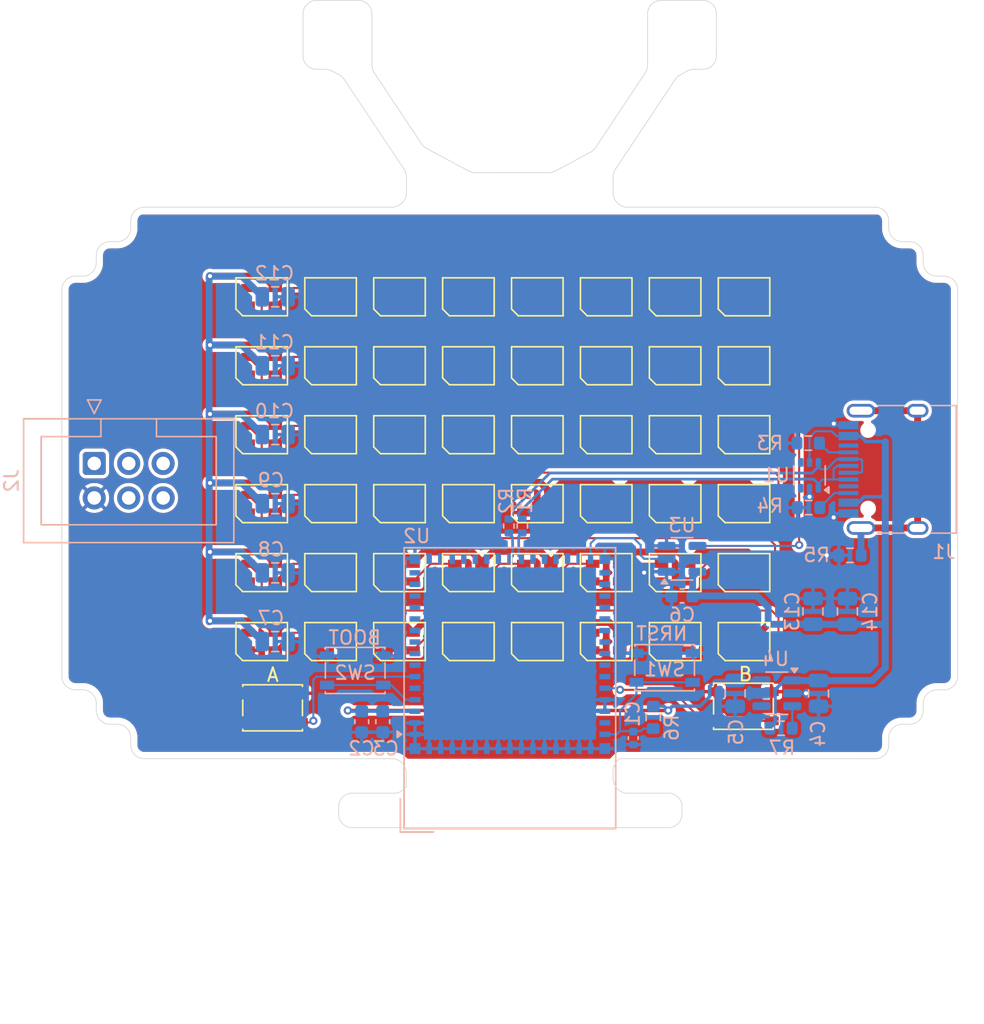
<source format=kicad_pcb>
(kicad_pcb (version 20241229) (generator "pcbnew") (generator_version "9.0")
  (layers (0 "F.Cu" signal) (2 "B.Cu" signal) (13 "F.Paste" user) (15 "B.Paste" user) (5 "F.SilkS" user "F.Silkscreen") (7 "B.SilkS" user "B.Silkscreen") (1 "F.Mask" user) (3 "B.Mask" user) (25 "Edge.Cuts" user))
  (net 0 "")
  (net 2 "Net-(J1-SHIELD)")
  (net 23 "GND")
  (net 27 "VBUS")
  (net 31 "Net-(D1-DIN)")
  (net 36 "/NRST")
  (net 37 "+3V3")
  (net 39 "Net-(J1-CC2)")
  (net 40 "/RAW_D_P")
  (net 42 "/RAW_D_N")
  (net 43 "Net-(J1-CC1)")
  (net 44 "/USB_D_P")
  (net 45 "/USB_D_N")
  (net 48 "Net-(U2-IO0)")
  (net 49 "Net-(U4-CE)")
  (net 51 "Net-(D12-DOUT)")
  (net 52 "Net-(D1-DOUT)")
  (net 53 "Net-(D24-DOUT)")
  (net 54 "Net-(D2-DOUT)")
  (net 55 "/LED_IN")
  (net 56 "Net-(D3-DOUT)")
  (net 57 "Net-(D36-DOUT)")
  (net 58 "Net-(D37-DOUT)")
  (net 59 "Net-(D4-DOUT)")
  (net 60 "Net-(D5-DOUT)")
  (net 61 "Net-(D38-DOUT)")
  (net 62 "Net-(D39-DOUT)")
  (net 63 "Net-(D6-DOUT)")
  (net 64 "Net-(D7-DOUT)")
  (net 65 "Net-(D40-DOUT)")
  (net 66 "Net-(D41-DOUT)")
  (net 67 "Net-(D8-DOUT)")
  (net 68 "Net-(D42-DOUT)")
  (net 69 "Net-(D10-DIN)")
  (net 70 "Net-(D43-DOUT)")
  (net 71 "Net-(D10-DOUT)")
  (net 72 "Net-(D11-DOUT)")
  (net 73 "Net-(D44-DOUT)")
  (net 74 "Net-(D45-DOUT)")
  (net 75 "Net-(D46-DOUT)")
  (net 76 "Net-(D47-DOUT)")
  (net 77 "Net-(D13-DOUT)")
  (net 79 "Net-(D14-DOUT)")
  (net 80 "Net-(D15-DOUT)")
  (net 81 "Net-(D16-DOUT)")
  (net 82 "Net-(D17-DOUT)")
  (net 83 "Net-(D18-DOUT)")
  (net 84 "Net-(D19-DOUT)")
  (net 85 "Net-(D20-DOUT)")
  (net 86 "Net-(D21-DOUT)")
  (net 87 "Net-(D22-DOUT)")
  (net 88 "Net-(D23-DOUT)")
  (net 89 "Net-(D25-DOUT)")
  (net 90 "Net-(D26-DOUT)")
  (net 91 "Net-(D27-DOUT)")
  (net 92 "Net-(D28-DOUT)")
  (net 93 "Net-(D29-DOUT)")
  (net 94 "Net-(D30-DOUT)")
  (net 95 "Net-(D31-DOUT)")
  (net 96 "Net-(D32-DOUT)")
  (net 97 "Net-(D33-DOUT)")
  (net 98 "Net-(D34-DOUT)")
  (net 99 "Net-(D35-DOUT)")
  (net 100 "/BTN1")
  (net 101 "/BTN2")
  (net 104 "/SCL")
  (net 105 "/SDA")
  (net 106 "/GPIO2")
  (net 107 "VCC")
  (net 108 "/GPIO1")
  (footprint "LED_SMD:LED_SK6805_PLCC4_2.4x2.7mm_P1.3mm" (layer "F.Cu") (at 141.648336 115.829412)
    (property "Reference" "D44" (hide yes))
    (property "Value" "SK6805")
  )
  (footprint "LED_SMD:LED_SK6805_PLCC4_2.4x2.7mm_P1.3mm" (layer "F.Cu") (at 146.728336 110.749412)
    (property "Reference" "D35" (hide yes))
    (property "Value" "SK6805")
  )
  (footprint "LED_SMD:LED_SK6805_PLCC4_2.4x2.7mm_P1.3mm" (layer "F.Cu") (at 131.488336 95.509412)
    (property "Reference" "D14" (hide yes))
    (property "Value" "SK6805")
  )
  (footprint "LED_SMD:LED_SK6805_PLCC4_2.4x2.7mm_P1.3mm" (layer "F.Cu") (at 156.888336 100.589412)
    (property "Reference" "D17" (hide yes))
    (property "Value" "SK6805")
  )
  (footprint "LED_SMD:LED_SK6805_PLCC4_2.4x2.7mm_P1.3mm" (layer "F.Cu") (at 141.648336 90.429412)
    (property "Reference" "D4" (hide yes))
    (property "Value" "SK6805")
  )
  (footprint "LED_SMD:LED_SK6805_PLCC4_2.4x2.7mm_P1.3mm" (layer "F.Cu") (at 126.408336 95.509412)
    (property "Reference" "D15" (hide yes))
    (property "Value" "SK6805")
  )
  (footprint "LED_SMD:LED_SK6805_PLCC4_2.4x2.7mm_P1.3mm" (layer "F.Cu") (at 136.568336 90.429412)
    (property "Reference" "D5" (hide yes))
    (property "Value" "SK6805")
  )
  (footprint "LED_SMD:LED_SK6805_PLCC4_2.4x2.7mm_P1.3mm" (layer "F.Cu") (at 151.808336 90.429412)
    (property "Reference" "D2" (hide yes))
    (property "Value" "SK6805")
  )
  (footprint "LED_SMD:LED_SK6805_PLCC4_2.4x2.7mm_P1.3mm" (layer "F.Cu") (at 146.728336 95.509412)
    (property "Reference" "D11" (hide yes))
    (property "Value" "SK6805")
  )
  (footprint "LED_SMD:LED_SK6805_PLCC4_2.4x2.7mm_P1.3mm" (layer "F.Cu") (at 131.488336 90.429412)
    (property "Reference" "D6" (hide yes))
    (property "Value" "SK6805")
  )
  (footprint "LED_SMD:LED_SK6805_PLCC4_2.4x2.7mm_P1.3mm" (layer "F.Cu") (at 121.328336 110.749412)
    (property "Reference" "D40" (hide yes))
    (property "Value" "SK6805")
  )
  (footprint "Button_Switch_SMD:SW_SPST_PTS810" (layer "F.Cu") (at 122.133336 120.714412)
    (property "Reference" "SW3" (hide yes))
    (property "Value" "SW_Push")
  )
  (footprint "LED_SMD:LED_SK6805_PLCC4_2.4x2.7mm_P1.3mm" (layer "F.Cu") (at 126.408336 105.669412)
    (property "Reference" "D31" (hide yes))
    (property "Value" "SK6805")
  )
  (footprint "LED_SMD:LED_SK6805_PLCC4_2.4x2.7mm_P1.3mm" (layer "F.Cu") (at 136.568336 100.589412)
    (property "Reference" "D21" (hide yes))
    (property "Value" "SK6805")
  )
  (footprint "LED_SMD:LED_SK6805_PLCC4_2.4x2.7mm_P1.3mm" (layer "F.Cu") (at 156.888336 105.669412)
    (property "Reference" "D25" (hide yes))
    (property "Value" "SK6805")
  )
  (footprint "LED_SMD:LED_SK6805_PLCC4_2.4x2.7mm_P1.3mm" (layer "F.Cu") (at 146.728336 100.589412)
    (property "Reference" "D19" (hide yes))
    (property "Value" "SK6805")
  )
  (footprint "LED_SMD:LED_SK6805_PLCC4_2.4x2.7mm_P1.3mm" (layer "F.Cu") (at 126.408336 115.829412)
    (property "Reference" "D47" (hide yes))
    (property "Value" "SK6805")
  )
  (footprint "LED_SMD:LED_SK6805_PLCC4_2.4x2.7mm_P1.3mm" (layer "F.Cu") (at 151.808336 100.589412)
    (property "Reference" "D18" (hide yes))
    (property "Value" "SK6805")
  )
  (footprint "LED_SMD:LED_SK6805_PLCC4_2.4x2.7mm_P1.3mm" (layer "F.Cu") (at 156.888336 90.429412)
    (property "Reference" "D1" (hide yes))
    (property "Value" "SK6805")
  )
  (footprint "LED_SMD:LED_SK6805_PLCC4_2.4x2.7mm_P1.3mm" (layer "F.Cu") (at 151.808336 95.509412)
    (property "Reference" "D10" (hide yes))
    (property "Value" "SK6805")
  )
  (footprint "LED_SMD:LED_SK6805_PLCC4_2.4x2.7mm_P1.3mm" (layer "F.Cu") (at 126.408336 90.429412)
    (property "Reference" "D7" (hide yes))
    (property "Value" "SK6805")
  )
  (footprint "LED_SMD:LED_SK6805_PLCC4_2.4x2.7mm_P1.3mm" (layer "F.Cu") (at 121.328336 95.509412)
    (property "Reference" "D16" (hide yes))
    (property "Value" "SK6805")
  )
  (footprint "LED_SMD:LED_SK6805_PLCC4_2.4x2.7mm_P1.3mm" (layer "F.Cu") (at 126.408336 110.749412)
    (property "Reference" "D39" (hide yes))
    (property "Value" "SK6805")
  )
  (footprint "LED_SMD:LED_SK6805_PLCC4_2.4x2.7mm_P1.3mm" (layer "F.Cu") (at 141.648336 100.589412)
    (property "Reference" "D20" (hide yes))
    (property "Value" "SK6805")
  )
  (footprint "LED_SMD:LED_SK6805_PLCC4_2.4x2.7mm_P1.3mm" (layer "F.Cu") (at 131.488336 115.829412)
    (property "Reference" "D46" (hide yes))
    (property "Value" "SK6805")
  )
  (footprint "LED_SMD:LED_SK6805_PLCC4_2.4x2.7mm_P1.3mm" (layer "F.Cu") (at 136.568336 105.669412)
    (property "Reference" "D29" (hide yes))
    (property "Value" "SK6805")
  )
  (footprint "LED_SMD:LED_SK6805_PLCC4_2.4x2.7mm_P1.3mm" (layer "F.Cu") (at 156.888336 115.829412)
    (property "Reference" "D41" (hide yes))
    (property "Value" "SK6805")
  )
  (footprint "LED_SMD:LED_SK6805_PLCC4_2.4x2.7mm_P1.3mm" (layer "F.Cu") (at 131.488336 105.669412)
    (property "Reference" "D30" (hide yes))
    (property "Value" "SK6805")
  )
  (footprint "LED_SMD:LED_SK6805_PLCC4_2.4x2.7mm_P1.3mm" (layer "F.Cu") (at 151.808336 105.669412)
    (property "Reference" "D26" (hide yes))
    (property "Value" "SK6805")
  )
  (footprint "LED_SMD:LED_SK6805_PLCC4_2.4x2.7mm_P1.3mm" (layer "F.Cu") (at 141.648336 110.749412)
    (property "Reference" "D36" (hide yes))
    (property "Value" "SK6805")
  )
  (footprint "LED_SMD:LED_SK6805_PLCC4_2.4x2.7mm_P1.3mm" (layer "F.Cu") (at 136.568336 115.829412)
    (property "Reference" "D45" (hide yes))
    (property "Value" "SK6805")
  )
  (footprint "LED_SMD:LED_SK6805_PLCC4_2.4x2.7mm_P1.3mm" (layer "F.Cu") (at 131.488336 100.589412)
    (property "Reference" "D22" (hide yes))
    (property "Value" "SK6805")
  )
  (footprint "LED_SMD:LED_SK6805_PLCC4_2.4x2.7mm_P1.3mm" (layer "F.Cu") (at 121.328336 105.669412)
    (property "Reference" "D32" (hide yes))
    (property "Value" "SK6805")
  )
  (footprint "LED_SMD:LED_SK6805_PLCC4_2.4x2.7mm_P1.3mm" (layer "F.Cu") (at 141.648336 105.669412)
    (property "Reference" "D28" (hide yes))
    (property "Value" "SK6805")
  )
  (footprint "LED_SMD:LED_SK6805_PLCC4_2.4x2.7mm_P1.3mm" (layer "F.Cu") (at 121.328336 90.429412)
    (property "Reference" "D8" (hide yes))
    (property "Value" "SK6805")
  )
  (footprint "LED_SMD:LED_SK6805_PLCC4_2.4x2.7mm_P1.3mm" (layer "F.Cu") (at 156.888336 110.749412)
    (property "Reference" "D33" (hide yes))
    (property "Value" "SK6805")
  )
  (footprint "LED_SMD:LED_SK6805_PLCC4_2.4x2.7mm_P1.3mm" (layer "F.Cu") (at 131.488336 110.749412)
    (property "Reference" "D38" (hide yes))
    (property "Value" "SK6805")
  )
  (footprint "Button_Switch_SMD:SW_SPST_PTS810" (layer "F.Cu") (at 156.845336 120.596412)
    (property "Reference" "SW4" (hide yes))
    (property "Value" "SW_Push")
  )
  (footprint "LED_SMD:LED_SK6805_PLCC4_2.4x2.7mm_P1.3mm" (layer "F.Cu") (at 151.808336 110.749412)
    (property "Reference" "D34" (hide yes))
    (property "Value" "SK6805")
  )
  (footprint "LED_SMD:LED_SK6805_PLCC4_2.4x2.7mm_P1.3mm" (layer "F.Cu") (at 121.328336 100.589412)
    (property "Reference" "D24" (hide yes))
    (property "Value" "SK6805")
  )
  (footprint "LED_SMD:LED_SK6805_PLCC4_2.4x2.7mm_P1.3mm" (layer "F.Cu") (at 156.888336 95.509412)
    (property "Reference" "D9" (hide yes))
    (property "Value" "SK6805")
  )
  (footprint "LED_SMD:LED_SK6805_PLCC4_2.4x2.7mm_P1.3mm" (layer "F.Cu") (at 146.728336 90.429412)
    (property "Reference" "D3" (hide yes))
    (property "Value" "SK6805")
  )
  (footprint "LED_SMD:LED_SK6805_PLCC4_2.4x2.7mm_P1.3mm" (layer "F.Cu") (at 136.568336 95.509412)
    (property "Reference" "D13" (hide yes))
    (property "Value" "SK6805")
  )
  (footprint "LED_SMD:LED_SK6805_PLCC4_2.4x2.7mm_P1.3mm" (layer "F.Cu") (at 146.728336 105.669412)
    (property "Reference" "D27" (hide yes))
    (property "Value" "SK6805")
  )
  (footprint "LED_SMD:LED_SK6805_PLCC4_2.4x2.7mm_P1.3mm" (layer "F.Cu") (at 141.648336 95.509412)
    (property "Reference" "D12" (hide yes))
    (property "Value" "SK6805")
  )
  (footprint "LED_SMD:LED_SK6805_PLCC4_2.4x2.7mm_P1.3mm" (layer "F.Cu") (at 136.568336 110.749412)
    (property "Reference" "D37" (hide yes))
    (property "Value" "SK6805")
  )
  (footprint "LED_SMD:LED_SK6805_PLCC4_2.4x2.7mm_P1.3mm" (layer "F.Cu") (at 146.728336 115.829412)
    (property "Reference" "D43" (hide yes))
    (property "Value" "SK6805")
  )
  (footprint "LED_SMD:LED_SK6805_PLCC4_2.4x2.7mm_P1.3mm" (layer "F.Cu") (at 151.808336 115.829412)
    (property "Reference" "D42" (hide yes))
    (property "Value" "SK6805")
  )
  (footprint "LED_SMD:LED_SK6805_PLCC4_2.4x2.7mm_P1.3mm" (layer "F.Cu") (at 121.328336 115.829412)
    (property "Reference" "D48" (hide yes))
    (property "Value" "SK6805")
  )
  (footprint "LED_SMD:LED_SK6805_PLCC4_2.4x2.7mm_P1.3mm" (layer "F.Cu") (at 126.408336 100.589412)
    (property "Reference" "D23" (hide yes))
    (property "Value" "SK6805")
  )
  (footprint "Capacitor_SMD:C_0805_2012Metric" (layer "B.Cu") (at 164.508336 113.609413 90)
    (property "Reference" "C14")
    (property "Value" "10uf")
  )
  (footprint "Capacitor_SMD:C_0805_2012Metric" (layer "B.Cu") (at 122.328336 110.77)
    (property "Reference" "C8")
    (property "Value" "10uf")
  )
  (footprint "Button_Switch_SMD:SW_SPST_PTS810" (layer "B.Cu") (at 128.221962 117.96035 180)
    (property "Reference" "SW2")
    (property "Value" "SW_Push")
  )
  (footprint "Capacitor_SMD:C_0805_2012Metric" (layer "B.Cu") (at 162.380235 119.653512 -90)
    (property "Reference" "C4")
    (property "Value" "10uf")
  )
  (footprint "Connector_IDC:IDC-Header_2x03_P2.54mm_Vertical" (layer "B.Cu") (at 108.985 102.7075 -90)
    (property "Reference" "J2")
    (property "Value" "Conn_02x03_Odd_Even")
  )
  (footprint "Capacitor_SMD:C_0805_2012Metric" (layer "B.Cu") (at 122.328336 100.579412)
    (property "Reference" "C10")
    (property "Value" "10uf")
  )
  (footprint "Capacitor_SMD:C_0603_1608Metric" (layer "B.Cu") (at 152.321836 112.466412 180)
    (property "Reference" "C6")
    (property "Value" ".1uf")
  )
  (footprint "RF_Module:ESP32-S2-MINI-1" (layer "B.Cu") (at 139.627562 119.26475)
    (property "Reference" "U2")
    (property "Value" "ESP32-S3-MINI-1")
  )
  (footprint "Resistor_SMD:R_0603_1608Metric" (layer "B.Cu") (at 159.617136 122.215012 180)
    (property "Reference" "R7")
    (property "Value" "10k")
  )
  (footprint "Capacitor_SMD:C_0603_1608Metric" (layer "B.Cu") (at 128.704562 121.73195 -90)
    (property "Reference" "C2")
    (property "Value" "1uf")
  )
  (footprint "Capacitor_SMD:C_0402_1005Metric" (layer "B.Cu") (at 148.720762 122.941412 -90)
    (property "Reference" "C1")
    (property "Value" "0.1uf")
  )
  (footprint "Capacitor_SMD:C_0603_1608Metric" (layer "B.Cu") (at 130.253962 121.73195 -90)
    (property "Reference" "C3")
    (property "Value" "0.01uf")
  )
  (footprint "Capacitor_SMD:C_0805_2012Metric" (layer "B.Cu") (at 122.328336 95.509412)
    (property "Reference" "C11")
    (property "Value" "10uf")
  )
  (footprint "Resistor_SMD:R_0402_1005Metric" (layer "B.Cu") (at 140.540962 107.31375 90)
    (property "Reference" "R1")
    (property "Value" "27")
  )
  (footprint "Package_TO_SOT_SMD:SOT-23-5" (layer "B.Cu") (at 159.306836 119.639412 180)
    (property "Reference" "U4")
    (property "Value" "XC6222B331MR-G")
  )
  (footprint "Resistor_SMD:R_0603_1608Metric" (layer "B.Cu") (at 150.193962 121.41475 90)
    (property "Reference" "R6")
    (property "Value" "10k")
  )
  (footprint "Resistor_SMD:R_0603_1608Metric" (layer "B.Cu") (at 161.623962 101.20955 180)
    (property "Reference" "R3")
    (property "Value" "5.1K")
  )
  (footprint "Package_TO_SOT_SMD:SOT-363_SC-70-6" (layer "B.Cu") (at 161.713462 103.58195 90)
    (property "Reference" "U1")
    (property "Value" "DRTR5V0U4S")
  )
  (footprint "Resistor_SMD:R_0603_1608Metric" (layer "B.Cu") (at 161.649362 105.959349 180)
    (property "Reference" "R4")
    (property "Value" "5.1K")
  )
  (footprint "Connector_USB:USB_C_Receptacle_HRO_TYPE-C-31-M-12" (layer "B.Cu") (at 168.635562 103.13995 -90)
    (property "Reference" "J1")
    (property "Value" "USB_C_Receptacle_USB2.0")
  )
  (footprint "Capacitor_SMD:C_0805_2012Metric" (layer "B.Cu") (at 122.328336 115.83)
    (property "Reference" "C7")
    (property "Value" "10uf")
  )
  (footprint "Resistor_SMD:R_0402_1005Metric" (layer "B.Cu") (at 139.551362 107.31575 90)
    (property "Reference" "R2")
    (property "Value" "27")
  )
  (footprint "Capacitor_SMD:C_0805_2012Metric" (layer "B.Cu") (at 161.968336 113.609413 90)
    (property "Reference" "C13")
    (property "Value" "10uf")
  )
  (footprint "Capacitor_SMD:C_0805_2012Metric" (layer "B.Cu") (at 122.328336 105.669412)
    (property "Reference" "C9")
    (property "Value" "10uf")
  )
  (footprint "Button_Switch_SMD:SW_SPST_PTS810" (layer "B.Cu") (at 151.031162 117.75715 180)
    (property "Reference" "SW1")
    (property "Value" "SW_Push")
  )
  (footprint "Capacitor_SMD:C_0805_2012Metric" (layer "B.Cu") (at 156.233435 119.653512 -90)
    (property "Reference" "C5")
    (property "Value" "10uf")
  )
  (footprint "Capacitor_SMD:C_0805_2012Metric" (layer "B.Cu") (at 122.328336 90.429412)
    (property "Reference" "C12")
    (property "Value" "10uf")
  )
  (footprint "Resistor_SMD:R_0603_1608Metric" (layer "B.Cu") (at 164.699336 109.479412 180)
    (property "Reference" "R5")
    (property "Value" "1M")
  )
  (footprint "Package_TO_SOT_SMD:SOT-23-5" (layer "B.Cu") (at 152.316336 109.733412)
    (property "Reference" "U3")
    (property "Value" "74AHCT1G125")
  )
  (gr_line (start 148.28555 83.825412) (end 152.316336 83.825412) (stroke (width 0.05)) (layer "Edge.Cuts"))
  (gr_line (start 131.654229 83.532519) (end 131.703443 83.483305) (stroke (width 0.05)) (layer "Edge.Cuts"))
  (gr_line (start 149.776336 73.370202) (end 149.776336 69.585412) (stroke (width 0.05)) (layer "Edge.Cuts"))
  (gr_line (start 125.376336 68.585412) (end 128.456336 68.585412) (stroke (width 0.05)) (layer "Edge.Cuts"))
  (gr_arc (start 131.828386 81.033488) (mid 131.953428 81.298404) (end 131.996336 81.588188) (stroke (width 0.05)) (layer "Edge.Cuts"))
  (gr_arc (start 167.556336 122.925412) (mid 167.849227 122.21831) (end 168.556336 121.925412) (stroke (width 0.05)) (layer "Edge.Cuts"))
  (gr_line (start 147.712713 124.45945) (end 147.529323 124.642791) (stroke (width 0.05)) (layer "Edge.Cuts"))
  (gr_arc (start 145.938083 79.442049) (mid 145.778058 79.628199) (end 145.577505 79.769754) (stroke (width 0.05)) (layer "Edge.Cuts"))
  (gr_arc (start 108.134205 119.382135) (mid 108.842654 119.674288) (end 109.136336 120.382133) (stroke (width 0.05)) (layer "Edge.Cuts"))
  (gr_line (start 169.096336 121.925412) (end 168.556336 121.925412) (stroke (width 0.05)) (layer "Edge.Cuts"))
  (gr_arc (start 106.596336 89.905412) (mid 106.889227 89.19831) (end 107.596336 88.905412) (stroke (width 0.05)) (layer "Edge.Cuts"))
  (gr_line (start 142.958584 81.171956) (end 145.577505 79.769754) (stroke (width 0.05)) (layer "Edge.Cuts"))
  (gr_line (start 152.316336 83.825412) (end 166.556336 83.825412) (stroke (width 0.05)) (layer "Edge.Cuts"))
  (gr_line (start 166.55607 124.46447) (end 147.712713 124.45945) (stroke (width 0.05)) (layer "Edge.Cuts"))
  (gr_line (start 148.285719 127) (end 151.316336 127) (stroke (width 0.05)) (layer "Edge.Cuts"))
  (gr_arc (start 125.376336 73.665412) (mid 124.669229 73.372519) (end 124.376336 72.665412) (stroke (width 0.05)) (layer "Edge.Cuts"))
  (gr_line (start 152.316336 128) (end 152.316336 128.54) (stroke (width 0.05)) (layer "Edge.Cuts"))
  (gr_arc (start 171.096336 88.905412) (mid 170.389202 88.612532) (end 170.096336 87.905412) (stroke (width 0.05)) (layer "Edge.Cuts"))
  (gr_line (start 170.096336 120.385412) (end 170.096336 120.925412) (stroke (width 0.05)) (layer "Edge.Cuts"))
  (gr_arc (start 111.676336 84.825412) (mid 111.969229 84.118305) (end 112.676336 83.825412) (stroke (width 0.05)) (layer "Edge.Cuts"))
  (gr_arc (start 110.676336 121.92) (mid 111.38342 122.212906) (end 111.676336 122.92) (stroke (width 0.05)) (layer "Edge.Cuts"))
  (gr_arc (start 151.316336 127) (mid 152.023443 127.292893) (end 152.316336 128) (stroke (width 0.05)) (layer "Edge.Cuts"))
  (gr_arc (start 109.136336 87.905412) (mid 108.843441 88.612524) (end 108.136336 88.905412) (stroke (width 0.05)) (layer "Edge.Cuts"))
  (gr_line (start 153.856336 73.665412) (end 153.202101 73.665412) (stroke (width 0.05)) (layer "Edge.Cuts"))
  (gr_line (start 172.636336 89.905412) (end 172.636336 118.385412) (stroke (width 0.05)) (layer "Edge.Cuts"))
  (gr_arc (start 124.376336 69.585412) (mid 124.669227 68.87831) (end 125.376336 68.585412) (stroke (width 0.05)) (layer "Edge.Cuts"))
  (gr_arc (start 154.856336 72.665412) (mid 154.563441 73.372524) (end 153.856336 73.665412) (stroke (width 0.05)) (layer "Edge.Cuts"))
  (gr_arc (start 151.825002 74.402413) (mid 151.984912 74.216689) (end 152.185194 74.075439) (stroke (width 0.05)) (layer "Edge.Cuts"))
  (gr_line (start 167.556336 84.825412) (end 167.556336 85.365412) (stroke (width 0.05)) (layer "Edge.Cuts"))
  (gr_line (start 127.047478 74.075439) (end 126.502429 73.783738) (stroke (width 0.05)) (layer "Edge.Cuts"))
  (gr_arc (start 131.654229 83.532519) (mid 131.329806 83.749292) (end 130.947122 83.825412) (stroke (width 0.05)) (layer "Edge.Cuts"))
  (gr_line (start 111.676336 123.46) (end 111.676336 122.92) (stroke (width 0.05)) (layer "Edge.Cuts"))
  (gr_line (start 151.825002 74.402413) (end 147.404286 81.033488) (stroke (width 0.05)) (layer "Edge.Cuts"))
  (gr_line (start 131.996336 82.776198) (end 131.996336 81.588188) (stroke (width 0.05)) (layer "Edge.Cuts"))
  (gr_line (start 108.134205 119.382135) (end 107.598467 119.383277) (stroke (width 0.05)) (layer "Edge.Cuts"))
  (gr_line (start 171.636336 119.385412) (end 171.096336 119.385412) (stroke (width 0.05)) (layer "Edge.Cuts"))
  (gr_line (start 131.828386 81.033488) (end 127.40767 74.402413) (stroke (width 0.05)) (layer "Edge.Cuts"))
  (gr_arc (start 131.812979 126.707107) (mid 131.488554 126.923871) (end 131.105872 127) (stroke (width 0.05)) (layer "Edge.Cuts"))
  (gr_line (start 171.096336 88.905412) (end 171.636336 88.905412) (stroke (width 0.05)) (layer "Edge.Cuts"))
  (gr_line (start 131.812979 126.707107) (end 131.996336 126.52375) (stroke (width 0.05)) (layer "Edge.Cuts"))
  (gr_line (start 147.529229 83.483305) (end 147.578443 83.532519) (stroke (width 0.05)) (layer "Edge.Cuts"))
  (gr_arc (start 171.636336 88.905412) (mid 172.343443 89.198305) (end 172.636336 89.905412) (stroke (width 0.05)) (layer "Edge.Cuts"))
  (gr_line (start 133.487247 79.498728) (end 136.60495 81.168523) (stroke (width 0.05)) (layer "Edge.Cuts"))
  (gr_line (start 110.136336 86.365412) (end 110.676336 86.365412) (stroke (width 0.05)) (layer "Edge.Cuts"))
  (gr_arc (start 127.047478 74.075439) (mid 127.247755 74.216693) (end 127.40767 74.402413) (stroke (width 0.05)) (layer "Edge.Cuts"))
  (gr_line (start 137.07646 81.286995) (end 142.485947 81.290365) (stroke (width 0.05)) (layer "Edge.Cuts"))
  (gr_arc (start 147.236336 81.588188) (mid 147.279249 81.298406) (end 147.404286 81.033488) (stroke (width 0.05)) (layer "Edge.Cuts"))
  (gr_line (start 151.316336 129.54) (end 128.001429 129.54) (stroke (width 0.05)) (layer "Edge.Cuts"))
  (gr_line (start 131.703443 124.802107) (end 131.654229 124.752893) (stroke (width 0.05)) (layer "Edge.Cuts"))
  (gr_arc (start 126.030571 73.665412) (mid 126.273807 73.695438) (end 126.502429 73.783738) (stroke (width 0.05)) (layer "Edge.Cuts"))
  (gr_arc (start 169.096336 86.365412) (mid 169.803443 86.658305) (end 170.096336 87.365412) (stroke (width 0.05)) (layer "Edge.Cuts"))
  (gr_arc (start 147.529229 83.483305) (mid 147.312449 83.158883) (end 147.236336 82.776198) (stroke (width 0.05)) (layer "Edge.Cuts"))
  (gr_line (start 112.676336 83.825412) (end 130.947122 83.825412) (stroke (width 0.05)) (layer "Edge.Cuts"))
  (gr_arc (start 168.556336 86.365412) (mid 167.849202 86.072532) (end 167.556336 85.365412) (stroke (width 0.05)) (layer "Edge.Cuts"))
  (gr_line (start 127.00143 128.538572) (end 127.002201 127.998571) (stroke (width 0.05)) (layer "Edge.Cuts"))
  (gr_arc (start 129.624286 73.917336) (mid 129.499244 73.65242) (end 129.456336 73.362636) (stroke (width 0.05)) (layer "Edge.Cuts"))
  (gr_line (start 147.236336 125.349992) (end 147.236336 125.950617) (stroke (width 0.05)) (layer "Edge.Cuts"))
  (gr_line (start 111.676336 85.365412) (end 111.676336 84.825412) (stroke (width 0.05)) (layer "Edge.Cuts"))
  (gr_line (start 110.676336 121.92) (end 110.136336 121.92) (stroke (width 0.05)) (layer "Edge.Cuts"))
  (gr_arc (start 147.529229 126.657724) (mid 147.312443 126.333304) (end 147.236336 125.950617) (stroke (width 0.05)) (layer "Edge.Cuts"))
  (gr_arc (start 131.703443 124.802107) (mid 131.920204 125.126533) (end 131.996336 125.509214) (stroke (width 0.05)) (layer "Edge.Cuts"))
  (gr_arc (start 131.996336 82.776198) (mid 131.920218 83.158884) (end 131.703443 83.483305) (stroke (width 0.05)) (layer "Edge.Cuts"))
  (gr_arc (start 111.676336 85.365412) (mid 111.383443 86.072519) (end 110.676336 86.365412) (stroke (width 0.05)) (layer "Edge.Cuts"))
  (gr_arc (start 153.856336 68.585412) (mid 154.563443 68.878305) (end 154.856336 69.585412) (stroke (width 0.05)) (layer "Edge.Cuts"))
  (gr_arc (start 149.776336 73.370202) (mid 149.733571 73.659518) (end 149.608929 73.924088) (stroke (width 0.05)) (layer "Edge.Cuts"))
  (gr_line (start 126.030571 73.665412) (end 125.376336 73.665412) (stroke (width 0.05)) (layer "Edge.Cuts"))
  (gr_line (start 145.938083 79.442049) (end 149.608929 73.924088) (stroke (width 0.05)) (layer "Edge.Cuts"))
  (gr_arc (start 110.136336 121.92) (mid 109.429206 121.62712) (end 109.136336 120.92) (stroke (width 0.05)) (layer "Edge.Cuts"))
  (gr_line (start 154.856336 69.585412) (end 154.856336 72.665412) (stroke (width 0.05)) (layer "Edge.Cuts"))
  (gr_arc (start 147.236336 125.349992) (mid 147.312482 124.967247) (end 147.529323 124.642791) (stroke (width 0.05)) (layer "Edge.Cuts"))
  (gr_line (start 124.376336 72.665412) (end 124.376336 69.585412) (stroke (width 0.05)) (layer "Edge.Cuts"))
  (gr_arc (start 127.002201 127.998571) (mid 127.295599 127.292388) (end 128.0022 127) (stroke (width 0.05)) (layer "Edge.Cuts"))
  (gr_line (start 128.0022 127) (end 131.105872 127) (stroke (width 0.05)) (layer "Edge.Cuts"))
  (gr_line (start 131.996336 126.52375) (end 131.996336 125.509214) (stroke (width 0.05)) (layer "Edge.Cuts"))
  (gr_arc (start 152.316336 128.54) (mid 152.023445 129.24712) (end 151.316336 129.54) (stroke (width 0.05)) (layer "Edge.Cuts"))
  (gr_line (start 167.556336 122.925412) (end 167.556336 123.46447) (stroke (width 0.05)) (layer "Edge.Cuts"))
  (gr_arc (start 148.285719 127) (mid 147.903032 126.923886) (end 147.578612 126.707107) (stroke (width 0.05)) (layer "Edge.Cuts"))
  (gr_line (start 107.596336 88.905412) (end 108.136336 88.905412) (stroke (width 0.05)) (layer "Edge.Cuts"))
  (gr_line (start 150.776336 68.585412) (end 153.856336 68.585412) (stroke (width 0.05)) (layer "Edge.Cuts"))
  (gr_arc (start 167.556336 123.46447) (mid 167.263349 124.171671) (end 166.55607 124.46447) (stroke (width 0.05)) (layer "Edge.Cuts"))
  (gr_arc (start 170.096336 120.925412) (mid 169.803441 121.632524) (end 169.096336 121.925412) (stroke (width 0.05)) (layer "Edge.Cuts"))
  (gr_line (start 147.236336 81.588188) (end 147.236336 82.776198) (stroke (width 0.05)) (layer "Edge.Cuts"))
  (gr_arc (start 128.456336 68.585412) (mid 129.163443 68.878305) (end 129.456336 69.585412) (stroke (width 0.05)) (layer "Edge.Cuts"))
  (gr_arc (start 142.958584 81.171956) (mid 142.729587 81.260383) (end 142.485947 81.290365) (stroke (width 0.05)) (layer "Edge.Cuts"))
  (gr_arc (start 109.136336 87.365412) (mid 109.429229 86.658305) (end 110.136336 86.365412) (stroke (width 0.05)) (layer "Edge.Cuts"))
  (gr_arc (start 170.096336 120.385412) (mid 170.389227 119.67831) (end 171.096336 119.385412) (stroke (width 0.05)) (layer "Edge.Cuts"))
  (gr_line (start 129.456336 69.585412) (end 129.456336 73.362636) (stroke (width 0.05)) (layer "Edge.Cuts"))
  (gr_arc (start 149.776336 69.585412) (mid 150.069229 68.878305) (end 150.776336 68.585412) (stroke (width 0.05)) (layer "Edge.Cuts"))
  (gr_line (start 109.136336 120.92) (end 109.136336 120.382133) (stroke (width 0.05)) (layer "Edge.Cuts"))
  (gr_arc (start 166.556336 83.825412) (mid 167.263443 84.118305) (end 167.556336 84.825412) (stroke (width 0.05)) (layer "Edge.Cuts"))
  (gr_line (start 106.596336 118.388777) (end 106.596336 89.905412) (stroke (width 0.05)) (layer "Edge.Cuts"))
  (gr_arc (start 130.947122 124.46) (mid 131.329805 124.53612) (end 131.654229 124.752893) (stroke (width 0.05)) (layer "Edge.Cuts"))
  (gr_line (start 152.730243 73.783738) (end 152.185194 74.075439) (stroke (width 0.05)) (layer "Edge.Cuts"))
  (gr_arc (start 112.676336 124.46) (mid 111.969206 124.16712) (end 111.676336 123.46) (stroke (width 0.05)) (layer "Edge.Cuts"))
  (gr_line (start 168.556336 86.365412) (end 169.096336 86.365412) (stroke (width 0.05)) (layer "Edge.Cuts"))
  (gr_arc (start 152.730243 73.783738) (mid 152.958867 73.695444) (end 153.202101 73.665412) (stroke (width 0.05)) (layer "Edge.Cuts"))
  (gr_line (start 109.136336 87.905412) (end 109.136336 87.365412) (stroke (width 0.05)) (layer "Edge.Cuts"))
  (gr_arc (start 137.07646 81.286995) (mid 136.833397 81.256845) (end 136.60495 81.168523) (stroke (width 0.05)) (layer "Edge.Cuts"))
  (gr_arc (start 172.636336 118.385412) (mid 172.343441 119.092524) (end 171.636336 119.385412) (stroke (width 0.05)) (layer "Edge.Cuts"))
  (gr_arc (start 128.001429 129.54) (mid 127.293818 129.246602) (end 127.00143 128.538572) (stroke (width 0.05)) (layer "Edge.Cuts"))
  (gr_arc (start 133.487247 79.498728) (mid 133.287127 79.357517) (end 133.127329 79.171901) (stroke (width 0.05)) (layer "Edge.Cuts"))
  (gr_line (start 130.947122 124.46) (end 112.676336 124.46) (stroke (width 0.05)) (layer "Edge.Cuts"))
  (gr_line (start 129.624286 73.917336) (end 133.127329 79.171901) (stroke (width 0.05)) (layer "Edge.Cuts"))
  (gr_line (start 147.529229 126.657724) (end 147.578612 126.707107) (stroke (width 0.05)) (layer "Edge.Cuts"))
  (gr_arc (start 107.598467 119.383277) (mid 106.889967 119.09115) (end 106.596336 118.383279) (stroke (width 0.05)) (layer "Edge.Cuts"))
  (gr_line (start 170.096336 87.365412) (end 170.096336 87.905412) (stroke (width 0.05)) (layer "Edge.Cuts"))
  (gr_arc (start 148.28555 83.825412) (mid 147.902855 83.749309) (end 147.578443 83.532519) (stroke (width 0.05)) (layer "Edge.Cuts"))
  (gr_text "B" (at 156.39 118.82 0) (layer "F.SilkS") (effects (font (size 1 1) (thickness 0.1524)) (justify left bottom)))
  (gr_text "A" (at 121.62 118.864412 0) (layer "F.SilkS") (effects (font (size 1 1) (thickness 0.1524)) (justify left bottom)))
  (gr_text "BOOT" (at 130.216336 116.125412 0) (layer "B.SilkS") (effects (font (size 1 1) (thickness 0.1524)) (justify left bottom mirror)))
  (gr_text "NRST" (at 152.808336 115.829412 0) (layer "B.SilkS") (effects (font (size 1 1) (thickness 0.1524)) (justify left bottom mirror)))
  (segment (start 169.685562 98.81995) (end 165.505561 98.81995) (width 0.508) (layer "F.Cu") (net 2))
  (segment (start 169.685562 107.45995) (end 169.685562 98.81995) (width 0.508) (layer "F.Cu") (net 2))
  (segment (start 165.505561 107.45995) (end 169.685562 107.45995) (width 0.508) (layer "F.Cu") (net 2))
  (segment (start 165.505561 107.45995) (end 165.505561 109.460637) (width 0.508) (layer "B.Cu") (net 2))
  (segment (start 165.505561 109.460637) (end 165.524336 109.479412) (width 0.508) (layer "B.Cu") (net 2))
  (via (at 161.460336 119.639412) (size 0.6) (drill 0.3) (layers "F.Cu" "B.Cu") (net 23))
  (via (at 149.522336 110.749412) (size 0.6) (drill 0.3) (layers "F.Cu" "B.Cu") (net 23))
  (via (at 163.505292 99.77819) (size 0.6) (drill 0.3) (layers "F.Cu" "B.Cu") (net 23))
  (via (at 161.714336 105.161412) (size 0.6) (drill 0.3) (layers "F.Cu" "B.Cu") (net 23))
  (via (at 162.984336 109.479412) (size 0.6) (drill 0.3) (layers "F.Cu" "B.Cu") (net 23))
  (via (at 163.492336 106.685412) (size 0.6) (drill 0.3) (layers "F.Cu" "B.Cu") (net 23))
  (segment (start 164.590562 99.88995) (end 163.617052 99.88995) (width 0.1524) (layer "B.Cu") (net 23))
  (segment (start 163.874336 109.479412) (end 162.984336 109.479412) (width 0.508) (layer "B.Cu") (net 23))
  (segment (start 163.617052 99.88995) (end 163.505292 99.77819) (width 0.1524) (layer "B.Cu") (net 23))
  (segment (start 149.588337 110.683411) (end 149.522336 110.749412) (width 0.1524) (layer "B.Cu") (net 23))
  (segment (start 160.444336 119.639412) (end 161.460336 119.639412) (width 0.1524) (layer "B.Cu") (net 23))
  (segment (start 161.713462 105.160538) (end 161.714336 105.161412) (width 0.1524) (layer "B.Cu") (net 23))
  (segment (start 163.787798 106.38995) (end 163.492336 106.685412) (width 0.1524) (layer "B.Cu") (net 23))
  (segment (start 161.713462 104.531949) (end 161.713462 105.160538) (width 0.1524) (layer "B.Cu") (net 23))
  (segment (start 164.590562 106.38995) (end 163.787798 106.38995) (width 0.1524) (layer "B.Cu") (net 23))
  (segment (start 151.178836 110.683411) (end 149.588337 110.683411) (width 0.1524) (layer "B.Cu") (net 23))
  (segment (start 142.664336 89.667412) (end 143.419336 88.912412) (width 0.508) (layer "F.Cu") (net 27))
  (segment (start 126.600336 114.371412) (end 127.408336 115.179412) (width 0.508) (layer "F.Cu") (net 27))
  (segment (start 152.069336 104.152412) (end 152.824336 104.907412) (width 0.508) (layer "F.Cu") (net 27))
  (segment (start 123.152336 88.859412) (end 126.616336 88.859412) (width 0.508) (layer "F.Cu") (net 27))
  (segment (start 153.579336 104.152412) (end 157.149336 104.152412) (width 0.508) (layer "F.Cu") (net 27))
  (segment (start 152.824336 109.987412) (end 153.579336 109.232412) (width 0.508) (layer "F.Cu") (net 27))
  (segment (start 133.259336 109.232412) (end 136.829336 109.232412) (width 0.508) (layer "F.Cu") (net 27))
  (segment (start 157.149336 109.232412) (end 157.904336 109.987412) (width 0.508) (layer "F.Cu") (net 27))
  (segment (start 148.483336 114.424412) (end 152.053336 114.424412) (width 0.508) (layer "F.Cu") (net 27))
  (segment (start 148.499336 88.912412) (end 152.069336 88.912412) (width 0.508) (layer "F.Cu") (net 27))
  (segment (start 123.152336 104.099412) (end 126.616336 104.099412) (width 0.508) (layer "F.Cu") (net 27))
  (segment (start 141.856336 99.019412) (end 142.664336 99.827412) (width 0.508) (layer "F.Cu") (net 27))
  (segment (start 148.499336 104.152412) (end 152.069336 104.152412) (width 0.508) (layer "F.Cu") (net 27))
  (segment (start 152.824336 89.667412) (end 153.579336 88.912412) (width 0.508) (layer "F.Cu") (net 27))
  (segment (start 117.518336 104.145412) (end 121.582336 104.145412) (width 0.508) (layer "F.Cu") (net 27))
  (segment (start 157.888337 110.099413) (end 157.888337 110.003411) (width 0.508) (layer "F.Cu") (net 27))
  (segment (start 117.518336 109.225412) (end 121.454336 109.225412) (width 0.508) (layer "F.Cu") (net 27))
  (segment (start 146.989336 88.912412) (end 147.744336 89.667412) (width 0.508) (layer "F.Cu") (net 27))
  (segment (start 128.179336 104.152412) (end 131.749336 104.152412) (width 0.508) (layer "F.Cu") (net 27))
  (segment (start 141.840336 114.371412) (end 142.648336 115.179412) (width 0.508) (layer "F.Cu") (net 27))
  (segment (start 153.579336 93.992412) (end 157.149336 93.992412) (width 0.508) (layer "F.Cu") (net 27))
  (segment (start 146.989336 104.152412) (end 147.744336 104.907412) (width 0.508) (layer "F.Cu") (net 27))
  (segment (start 127.408336 115.179412) (end 128.163336 114.424412) (width 0.508) (layer "F.Cu") (net 27))
  (segment (start 136.829336 93.992412) (end 137.584336 94.747412) (width 0.508) (layer "F.Cu") (net 27))
  (segment (start 127.424336 89.667412) (end 128.179336 88.912412) (width 0.508) (layer "F.Cu") (net 27))
  (segment (start 136.829336 99.072412) (end 137.584336 99.827412) (width 0.508) (layer "F.Cu") (net 27))
  (segment (start 143.419336 88.912412) (end 146.989336 88.912412) (width 0.508) (layer "F.Cu") (net 27))
  (segment (start 157.133336 114.424412) (end 157.888336 115.179412) (width 0.508) (layer "F.Cu") (net 27))
  (segment (start 131.749336 99.072412) (end 132.504336 99.827412) (width 0.508) (layer "F.Cu") (net 27))
  (segment (start 126.616336 109.179412) (end 127.424336 109.987412) (width 0.508) (layer "F.Cu") (net 27))
  (segment (start 148.499336 109.232412) (end 152.069336 109.232412) (width 0.508) (layer "F.Cu") (net 27))
  (segment (start 131.749336 88.912412) (end 132.504336 89.667412) (width 0.508) (layer "F.Cu") (net 27))
  (segment (start 127.424336 94.747412) (end 128.179336 93.992412) (width 0.508) (layer "F.Cu") (net 27))
  (segment (start 152.808336 115.179412) (end 153.563336 114.424412) (width 0.508) (layer "F.Cu") (net 27))
  (segment (start 132.504336 109.987412) (end 133.259336 109.232412) (width 0.508) (layer "F.Cu") (net 27))
  (segment (start 132.504336 94.747412) (end 133.259336 93.992412) (width 0.508) (layer "F.Cu") (net 27))
  (segment (start 137.584336 89.667412) (end 138.392336 88.859412) (width 0.508) (layer "F.Cu") (net 27))
  (segment (start 153.563336 114.424412) (end 157.133336 114.424412) (width 0.508) (layer "F.Cu") (net 27))
  (segment (start 152.069336 93.992412) (end 152.824336 94.747412) (width 0.508) (layer "F.Cu") (net 27))
  (segment (start 127.424336 109.987412) (end 128.179336 109.232412) (width 0.508) (layer "F.Cu") (net 27))
  (segment (start 122.328336 115.179412) (end 123.136336 114.371412) (width 0.508) (layer "F.Cu") (net 27))
  (segment (start 137.584336 104.907412) (end 138.392336 104.099412) (width 0.508) (layer "F.Cu") (net 27))
  (segment (start 122.344336 109.987412) (end 123.152336 109.179412) (width 0.508) (layer "F.Cu") (net 27))
  (segment (start 152.069336 99.072412) (end 152.824336 99.827412) (width 0.508) (layer "F.Cu") (net 27))
  (segment (start 132.488336 115.179412) (end 133.243336 114.424412) (width 0.508) (layer "F.Cu") (net 27))
  (segment (start 136.829336 109.232412) (end 137.584336 109.987412) (width 0.508) (layer "F.Cu") (net 27))
  (segment (start 121.454337 93.985412) (end 117.518336 93.985412) (width 0.508) (layer "F.Cu") (net 27))
  (segment (start 138.376336 114.371412) (end 141.840336 114.371412) (width 0.508) (layer "F.Cu") (net 27))
  (segment (start 152.069336 88.912412) (end 152.824336 89.667412) (width 0.508) (layer "F.Cu") (net 27))
  (segment (start 121.582336 104.145412) (end 122.328337 104.891413) (width 0.508) (layer "F.Cu") (net 27))
  (segment (start 122.328336 89.779411) (end 121.454337 88.905412) (width 0.508) (layer "F.Cu") (net 27))
  (segment (start 123.152336 93.939412) (end 126.616336 93.939412) (width 0.508) (layer "F.Cu") (net 27))
  (segment (start 147.744336 94.747412) (end 148.499336 93.992412) (width 0.508) (layer "F.Cu") (net 27))
  (segment (start 126.616336 88.859412) (end 127.424336 89.667412) (width 0.508) (layer "F.Cu") (net 27))
  (segment (start 143.419336 104.152412) (end 146.989336 104.152412) (width 0.508) (layer "F.Cu") (net 27))
  (segment (start 157.149336 104.152412) (end 157.904336 104.907412) (width 0.508) (layer "F.Cu") (net 27))
  (segment (start 133.259336 88.912412) (end 136.829336 88.912412) (width 0.508) (layer "F.Cu") (net 27))
  (segment (start 136.829336 88.912412) (end 137.584336 89.667412) (width 0.508) (layer "F.Cu") (net 27))
  (segment (start 133.259336 104.152412) (end 136.829336 104.152412) (width 0.508) (layer "F.Cu") (net 27))
  (segment (start 142.664336 94.747412) (end 143.419336 93.992412) (width 0.508) (layer "F.Cu") (net 27))
  (segment (start 123.136336 114.371412) (end 126.600336 114.371412) (width 0.508) (layer "F.Cu") (net 27))
  (segment (start 141.856336 88.859412) (end 142.664336 89.667412) (width 0.508) (layer "F.Cu") (net 27))
  (segment (start 153.579336 88.912412) (end 157.149336 88.912412) (width 0.508) (layer "F.Cu") (net 27))
  (segment (start 121.454336 114.305412) (end 122.328336 115.179412) (width 0.508) (layer "F.Cu") (net 27))
  (segment (start 138.392336 109.179412) (end 141.856336 109.179412) (width 0.508) (layer "F.Cu") (net 27))
  (segment (start 138.392336 93.939412) (end 141.856336 93.939412) (width 0.508) (layer "F.Cu") (net 27))
  (segment (start 146.973336 114.424412) (end 147.728336 115.179412) (width 0.508) (layer "F.Cu") (net 27))
  (segment (start 148.499336 99.072412) (end 152.069336 99.072412) (width 0.508) (layer "F.Cu") (net 27))
  (segment (start 121.454336 109.225412) (end 122.328336 110.099412) (width 0.508) (layer "F.Cu") (net 27))
  (segment (start 153.579336 109.232412) (end 157.149336 109.232412) (width 0.508) (layer "F.Cu") (net 27))
  (segment (start 117.518336 99.065412) (end 121.454337 99.065412) (width 0.508) (layer "F.Cu") (net 27))
  (segment (start 138.392336 99.019412) (end 141.856336 99.019412) (width 0.508) (layer "F.Cu") (net 27))
  (segment (start 128.179336 93.992412) (end 131.749336 93.992412) (width 0.508) (layer "F.Cu") (net 27))
  (segment (start 123.152336 99.019412) (end 126.616336 99.019412) (width 0.508) (layer "F.Cu") (net 27))
  (segment (start 146.989336 93.992412) (end 147.744336 94.747412) (width 0.508) (layer "F.Cu") (net 27))
  (segment (start 143.419336 99.072412) (end 146.989336 99.072412) (width 0.508) (layer "F.Cu") (net 27))
  (segment (start 121.454337 99.065412) (end 122.328336 99.939411) (width 0.508) (layer "F.Cu") (net 27))
  (segment (start 142.648336 115.179412) (end 143.403336 114.424412) (width 0.508) (layer "F.Cu") (net 27))
  (segment (start 131.749336 93.992412) (end 132.504336 94.747412) (width 0.508) (layer "F.Cu") (net 27))
  (segment (start 133.259336 93.992412) (end 136.829336 93.992412) (width 0.508) (layer "F.Cu") (net 27))
  (segment (start 137.568336 115.179412) (end 138.376336 114.371412) (width 0.508) (layer "F.Cu") (net 27))
  (segment (start 157.888336 115.179412) (end 158.046336 115.179412) (width 0.508) (layer "F.Cu") (net 27))
  (segment (start 122.344336 104.907412) (end 123.152336 104.099412) (width 0.508) (layer "F.Cu") (net 27))
  (segment (start 152.069336 109.232412) (end 152.824336 109.987412) (width 0.508) (layer "F.Cu") (net 27))
  (segment (start 141.856336 109.179412) (end 142.664336 109.987412) (width 0.508) (layer "F.Cu") (net 27))
  (segment (start 152.824336 99.827412) (end 153.579336 99.072412) (width 0.508) (layer "F.Cu") (net 27))
  (segment (start 126.616336 104.099412) (end 127.424336 104.907412) (width 0.508) (layer "F.Cu") (net 27))
  (segment (start 122.328337 94.859412) (end 121.454337 93.985412) (width 0.508) (layer "F.Cu") (net 27))
  (segment (start 121.454337 88.905412) (end 117.518336 88.905412) (width 0.508) (layer "F.Cu") (net 27))
  (segment (start 153.579336 99.072412) (end 157.149336 99.072412) (width 0.508) (layer "F.Cu") (net 27))
  (segment (start 142.664336 99.827412) (end 143.419336 99.072412) (width 0.508) (layer "F.Cu") (net 27))
  (segment (start 147.744336 99.827412) (end 148.499336 99.072412) (width 0.508) (layer "F.Cu") (net 27))
  (segment (start 131.733336 114.424412) (end 132.488336 115.179412) (width 0.508) (layer "F.Cu") (net 27))
  (segment (start 138.392336 88.859412) (end 141.856336 88.859412) (width 0.508) (layer "F.Cu") (net 27))
  (segment (start 141.856336 93.939412) (end 142.664336 94.747412) (width 0.508) (layer "F.Cu") (net 27))
  (segment (start 128.163336 114.424412) (end 131.733336 114.424412) (width 0.508) (layer "F.Cu") (net 27))
  (segment (start 147.728336 115.179412) (end 148.483336 114.424412) (width 0.508) (layer "F.Cu") (net 27))
  (segment (start 158.046336 115.179412) (end 158.666336 114.559412) (width 0.508) (layer "F.Cu") (net 27))
  (segment (start 133.259336 99.072412) (end 136.829336 99.072412) (width 0.508) (layer "F.Cu") (net 27))
  (segment (start 127.424336 99.827412) (end 128.179336 99.072412) (width 0.508) (layer "F.Cu") (net 27))
  (segment (start 132.504336 104.907412) (end 133.259336 104.152412) (width 0.508) (layer "F.Cu") (net 27))
  (segment (start 143.419336 109.232412) (end 146.989336 109.232412) (width 0.508) (layer "F.Cu") (net 27))
  (segment (start 157.149336 93.992412) (end 157.904336 94.747412) (width 0.508) (layer "F.Cu") (net 27))
  (segment (start 138.392336 104.099412) (end 141.856336 104.099412) (width 0.508) (layer "F.Cu") (net 27))
  (segment (start 152.824336 104.907412) (end 153.579336 104.152412) (width 0.508) (layer "F.Cu") (net 27))
  (segment (start 157.149336 99.072412) (end 157.904336 99.827412) (width 0.508) (layer "F.Cu") (net 27))
  (segment (start 126.616336 93.939412) (end 127.424336 94.747412) (width 0.508) (layer "F.Cu") (net 27))
  (segment (start 142.664336 104.907412) (end 143.419336 104.152412) (width 0.508) (layer "F.Cu") (net 27))
  (segment (start 136.829336 104.152412) (end 137.584336 104.907412) (width 0.508) (layer "F.Cu") (net 27))
  (segment (start 142.664336 109.987412) (end 143.419336 109.232412) (width 0.508) (layer "F.Cu") (net 27))
  (segment (start 122.344336 89.667412) (end 123.152336 88.859412) (width 0.508) (layer "F.Cu") (net 27))
  (segment (start 122.344336 99.827412) (end 123.152336 99.019412) (width 0.508) (layer "F.Cu") (net 27))
  (segment (start 157.149336 88.912412) (end 157.904336 89.667412) (width 0.508) (layer "F.Cu") (net 27))
  (segment (start 146.989336 109.232412) (end 147.744336 109.987412) (width 0.508) (layer "F.Cu") (net 27))
  (segment (start 137.584336 99.827412) (end 138.392336 99.019412) (width 0.508) (layer "F.Cu") (net 27))
  (segment (start 122.344336 94.747412) (end 123.152336 93.939412) (width 0.508) (layer "F.Cu") (net 27))
  (segment (start 126.616336 99.019412) (end 127.424336 99.827412) (width 0.508) (layer "F.Cu") (net 27))
  (segment (start 143.403336 114.424412) (end 146.973336 114.424412) (width 0.508) (layer "F.Cu") (net 27))
  (segment (start 127.424336 104.907412) (end 128.179336 104.152412) (width 0.508) (layer "F.Cu") (net 27))
  (segment (start 148.499336 93.992412) (end 152.069336 93.992412) (width 0.508) (layer "F.Cu") (net 27))
  (segment (start 152.824336 94.747412) (end 153.579336 93.992412) (width 0.508) (layer "F.Cu") (net 27))
  (segment (start 128.179336 99.072412) (end 131.749336 99.072412) (width 0.508) (layer "F.Cu") (net 27))
  (segment (start 128.179336 109.232412) (end 131.749336 109.232412) (width 0.508) (layer "F.Cu") (net 27))
  (segment (start 131.749336 104.152412) (end 132.504336 104.907412) (width 0.508) (layer "F.Cu") (net 27))
  (segment (start 147.744336 104.907412) (end 148.499336 104.152412) (width 0.508) (layer "F.Cu") (net 27))
  (segment (start 132.504336 99.827412) (end 133.259336 99.072412) (width 0.508) (layer "F.Cu") (net 27))
  (segment (start 128.179336 88.912412) (end 131.749336 88.912412) (width 0.508) (layer "F.Cu") (net 27))
  (segment (start 143.419336 93.992412) (end 146.989336 93.992412) (width 0.508) (layer "F.Cu") (net 27))
  (segment (start 147.744336 109.987412) (end 148.499336 109.232412) (width 0.508) (layer "F.Cu") (net 27))
  (segment (start 141.856336 104.099412) (end 142.664336 104.907412) (width 0.508) (layer "F.Cu") (net 27))
  (segment (start 137.584336 109.987412) (end 138.392336 109.179412) (width 0.508) (layer "F.Cu") (net 27))
  (segment (start 146.989336 99.072412) (end 147.744336 99.827412) (width 0.508) (layer "F.Cu") (net 27))
  (segment (start 133.243336 114.424412) (end 136.813336 114.424412) (width 0.508) (layer "F.Cu") (net 27))
  (segment (start 123.152336 109.179412) (end 126.616336 109.179412) (width 0.508) (layer "F.Cu") (net 27))
  (segment (start 152.053336 114.424412) (end 152.808336 115.179412) (width 0.508) (layer "F.Cu") (net 27))
  (segment (start 132.504336 89.667412) (end 133.259336 88.912412) (width 0.508) (layer "F.Cu") (net 27))
  (segment (start 137.584336 94.747412) (end 138.392336 93.939412) (width 0.508) (layer "F.Cu") (net 27))
  (segment (start 136.813336 114.424412) (end 137.568336 115.179412) (width 0.508) (layer "F.Cu") (net 27))
  (segment (start 122.328337 104.891413) (end 122.328337 105.019413) (width 0.508) (layer "F.Cu") (net 27))
  (segment (start 117.518336 114.305412) (end 121.454336 114.305412) (width 0.508) (layer "F.Cu") (net 27))
  (segment (start 131.749336 109.232412) (end 132.504336 109.987412) (width 0.508) (layer "F.Cu") (net 27))
  (segment (start 147.744336 89.667412) (end 148.499336 88.912412) (width 0.508) (layer "F.Cu") (net 27))
  (via (at 117.518336 88.905412) (size 0.6) (drill 0.3) (layers "F.Cu" "B.Cu") (net 27))
  (via (at 117.518336 114.305412) (size 0.6) (drill 0.3) (layers "F.Cu" "B.Cu") (net 27))
  (via (at 117.518336 109.225412) (size 0.6) (drill 0.3) (layers "F.Cu" "B.Cu") (net 27))
  (via (at 158.666336 114.559412) (size 0.6) (drill 0.3) (layers "F.Cu" "B.Cu") (net 27))
  (via (at 117.518336 99.065412) (size 0.6) (drill 0.3) (layers "F.Cu" "B.Cu") (net 27))
  (via (at 117.518336 93.985412) (size 0.6) (drill 0.3) (layers "F.Cu" "B.Cu") (net 27))
  (via (at 117.518336 104.145412) (size 0.6) (drill 0.3) (layers "F.Cu" "B.Cu") (net 27))
  (segment (start 167.302336 105.161412) (end 167.302335 105.161411) (width 0.254) (layer "B.Cu") (net 27))
  (segment (start 117.452335 94.051413) (end 117.518336 93.985412) (width 0.508) (layer "B.Cu") (net 27))
  (segment (start 117.452335 104.653412) (end 117.452335 100.589412) (width 0.508) (layer "B.Cu") (net 27))
  (segment (start 117.452335 99.131413) (end 117.518336 99.065412) (width 0.508) (layer "B.Cu") (net 27))
  (segment (start 117.518336 99.065412) (end 117.452335 98.999411) (width 0.508) (layer "B.Cu") (net 27))
  (segment (start 117.452335 90.429412) (end 117.452335 88.971413) (width 0.508) (layer "B.Cu") (net 27))
  (segment (start 117.518336 88.905412) (end 119.854337 88.905412) (width 0.508) (layer "B.Cu") (net 27))
  (segment (start 117.452335 110.749412) (end 117.452335 109.291413) (width 0.508) (layer "B.Cu") (net 27))
  (segment (start 165.875425 101.097412) (end 165.467962 100.689949) (width 0.254) (layer "B.Cu") (net 27))
  (segment (start 117.452335 114.239411) (end 117.452335 110.749412) (width 0.508) (layer "B.Cu") (net 27))
  (segment (start 160.458436 118.703513) (end 160.444336 118.689413) (width 0.508) (layer "B.Cu") (net 27))
  (segment (start 167.302336 114.559412) (end 167.302336 105.161412) (width 0.508) (layer "B.Cu") (net 27))
  (segment (start 165.748498 105.161411) (end 165.319958 105.589951) (width 0.254) (layer "B.Cu") (net 27))
  (segment (start 117.452335 109.291413) (end 117.518336 109.225412) (width 0.508) (layer "B.Cu") (net 27))
  (segment (start 119.833749 109.225412) (end 121.378337 110.77) (width 0.508) (layer "B.Cu") (net 27))
  (segment (start 119.854337 88.905412) (end 121.378337 90.429412) (width 0.508) (layer "B.Cu") (net 27))
  (segment (start 117.518336 114.305412) (end 119.853749 114.305412) (width 0.508) (layer "B.Cu") (net 27))
  (segment (start 117.518336 93.985412) (end 117.452335 93.919411) (width 0.508) (layer "B.Cu") (net 27))
  (segment (start 119.854337 93.985412) (end 121.378337 95.509412) (width 0.508) (layer "B.Cu") (net 27))
  (segment (start 162.167696 100.335412) (end 163.358625 100.335412) (width 0.1524) (layer "B.Cu") (net 27))
  (segment (start 117.452335 88.971413) (end 117.518336 88.905412) (width 0.508) (layer "B.Cu") (net 27))
  (segment (start 167.302336 101.097412) (end 167.302336 105.161412) (width 0.508) (layer "B.Cu") (net 27))
  (segment (start 117.518336 109.225412) (end 117.452335 109.159411) (width 0.508) (layer "B.Cu") (net 27))
  (segment (start 159.682336 114.559412) (end 167.302336 114.559412) (width 0.508) (layer "B.Cu") (net 27))
  (segment (start 119.853749 114.305412) (end 121.378337 115.83) (width 0.508) (layer "B.Cu") (net 27))
  (segment (start 158.666336 114.559412) (end 159.682336 114.559412) (width 0.508) (layer "B.Cu") (net 27))
  (segment (start 119.864337 99.065412) (end 121.378337 100.579412) (width 0.508) (layer "B.Cu") (net 27))
  (segment (start 117.518336 114.305412) (end 117.452335 114.239411) (width 0.508) (layer "B.Cu") (net 27))
  (segment (start 117.452335 93.919411) (end 117.452335 90.429412) (width 0.508) (layer "B.Cu") (net 27))
  (segment (start 167.302336 117.760715) (end 167.302336 114.559412) (width 0.508) (layer "B.Cu") (net 27))
  (segment (start 162.380235 118.703513) (end 160.458436 118.703513) (width 0.508) (layer "B.Cu") (net 27))
  (segment (start 158.792136 122.215012) (end 159.174336 121.832812) (width 0.254) (layer "B.Cu") (net 27))
  (segment (start 117.452335 114.371413) (end 117.518336 114.305412) (width 0.508) (layer "B.Cu") (net 27))
  (segment (start 117.518336 104.145412) (end 119.854337 104.145412) (width 0.508) (layer "B.Cu") (net 27))
  (segment (start 166.359538 118.703513) (end 167.302336 117.760715) (width 0.508) (layer "B.Cu") (net 27))
  (segment (start 117.518336 93.985412) (end 119.854337 93.985412) (width 0.508) (layer "B.Cu") (net 27))
  (segment (start 158.666336 113.289412) (end 157.843336 112.466412) (width 0.508) (layer "B.Cu") (net 27))
  (segment (start 167.302335 105.161411) (end 165.748498 105.161411) (width 0.254) (layer "B.Cu") (net 27))
  (segment (start 159.174336 121.832812) (end 159.174336 119.385412) (width 0.254) (layer "B.Cu") (net 27))
  (segment (start 163.358625 100.335412) (end 163.713162 100.689949) (width 0.1524) (layer "B.Cu") (net 27))
  (segment (start 117.452335 104.211413) (end 117.518336 104.145412) (width 0.508) (layer "B.Cu") (net 27))
  (segment (start 163.713162 100.689949) (end 164.590562 100.689949) (width 0.1524) (layer "B.Cu") (net 27))
  (segment (start 167.302336 101.097412) (end 165.875425 101.097412) (width 0.254) (layer "B.Cu") (net 27))
  (segment (start 159.174336 119.385412) (end 159.870335 118.689413) (width 0.254) (layer "B.Cu") (net 27))
  (segment (start 117.452335 98.999411) (end 117.452335 95.509412) (width 0.508) (layer "B.Cu") (net 27))
  (segment (start 117.452335 105.669412) (end 117.452335 104.653412) (width 0.508) (layer "B.Cu") (net 27))
  (segment (start 117.452335 100.589412) (end 117.452335 99.131413) (width 0.508) (layer "B.Cu") (net 27))
  (segment (start 153.096836 111.040411) (end 153.453836 110.683411) (width 0.508) (layer "B.Cu") (net 27))
  (segment (start 161.713462 102.631951) (end 161.713462 100.789646) (width 0.1524) (layer "B.Cu") (net 27))
  (segment (start 158.666336 114.559412) (end 158.666336 113.289412) (width 0.508) (layer "B.Cu") (net 27))
  (segment (start 165.467962 100.689949) (end 164.590562 100.689949) (width 0.254) (layer "B.Cu") (net 27))
  (segment (start 119.854337 104.145412) (end 121.378337 105.669412) (width 0.508) (layer "B.Cu") (net 27))
  (segment (start 153.096836 112.466412) (end 153.096836 111.040411) (width 0.508) (layer "B.Cu") (net 27))
  (segment (start 162.380235 118.703513) (end 166.359538 118.703513) (width 0.508) (layer "B.Cu") (net 27))
  (segment (start 157.843336 112.466412) (end 153.096836 112.466412) (width 0.508) (layer "B.Cu") (net 27))
  (segment (start 165.319958 105.589951) (end 164.590562 105.589951) (width 0.254) (layer "B.Cu") (net 27))
  (segment (start 161.713462 100.789646) (end 162.167696 100.335412) (width 0.1524) (layer "B.Cu") (net 27))
  (segment (start 117.518336 109.225412) (end 119.833749 109.225412) (width 0.508) (layer "B.Cu") (net 27))
  (segment (start 117.452335 109.159411) (end 117.452335 105.669412) (width 0.508) (layer "B.Cu") (net 27))
  (segment (start 117.452335 104.653412) (end 117.452335 104.211413) (width 0.508) (layer "B.Cu") (net 27))
  (segment (start 117.518336 99.065412) (end 119.864337 99.065412) (width 0.508) (layer "B.Cu") (net 27))
  (segment (start 117.452335 95.509412) (end 117.452335 94.051413) (width 0.508) (layer "B.Cu") (net 27))
  (segment (start 159.870335 118.689413) (end 160.444336 118.689413) (width 0.254) (layer "B.Cu") (net 27))
  (segment (start 160.078336 91.079412) (end 157.888336 91.079412) (width 0.1524) (layer "F.Cu") (net 31))
  (segment (start 160.952336 108.717412) (end 160.952336 91.953412) (width 0.1524) (layer "F.Cu") (net 31))
  (segment (start 160.952336 91.953412) (end 160.078336 91.079412) (width 0.1524) (layer "F.Cu") (net 31))
  (via (at 160.952336 108.717412) (size 0.6) (drill 0.3) (layers "F.Cu" "B.Cu") (net 31))
  (segment (start 153.453836 108.783413) (end 160.886335 108.783413) (width 0.1524) (layer "B.Cu") (net 31))
  (segment (start 160.886335 108.783413) (end 160.952336 108.717412) (width 0.1524) (layer "B.Cu") (net 31))
  (segment (start 148.720762 122.42815) (end 149.263074 122.42815) (width 0.1524) (layer "B.Cu") (net 36))
  (segment (start 147.512998 122.66475) (end 147.744336 122.433412) (width 0.1524) (layer "B.Cu") (net 36))
  (segment (start 147.744336 122.433412) (end 147.998336 122.433412) (width 0.1524) (layer "B.Cu") (net 36))
  (segment (start 146.627562 122.66475) (end 147.512998 122.66475) (width 0.1524) (layer "B.Cu") (net 36))
  (segment (start 147.744336 120.909412) (end 148.956162 119.697586) (width 0.1524) (layer "B.Cu") (net 36))
  (segment (start 149.263074 122.42815) (end 149.451474 122.23975) (width 0.1524) (layer "B.Cu") (net 36))
  (segment (start 148.003598 122.42815) (end 148.720762 122.42815) (width 0.1524) (layer "B.Cu") (net 36))
  (segment (start 147.998336 122.433412) (end 148.003598 122.42815) (width 0.1524) (layer "B.Cu") (net 36))
  (segment (start 148.956162 119.697586) (end 148.956162 118.83215) (width 0.1524) (layer "B.Cu") (net 36))
  (segment (start 147.744336 122.433412) (end 147.744336 120.909412) (width 0.1524) (layer "B.Cu") (net 36))
  (segment (start 153.106162 118.83215) (end 148.956162 118.83215) (width 0.1524) (layer "B.Cu") (net 36))
  (segment (start 149.451474 122.23975) (end 150.193962 122.23975) (width 0.1524) (layer "B.Cu") (net 36))
  (segment (start 151.300336 120.909412) (end 127.678336 120.909412) (width 0.254) (layer "F.Cu") (net 37))
  (via (at 151.300336 120.909412) (size 0.6) (drill 0.3) (layers "F.Cu" "B.Cu") (net 37))
  (via (at 127.678336 120.909412) (size 0.6) (drill 0.3) (layers "F.Cu" "B.Cu") (net 37))
  (segment (start 132.627562 120.96475) (end 130.261762 120.96475) (width 0.254) (layer "B.Cu") (net 37))
  (segment (start 151.619998 120.58975) (end 153.651998 120.58975) (width 0.254) (layer "B.Cu") (net 37))
  (segment (start 153.651998 120.58975) (end 154.348336 119.893412) (width 0.254) (layer "B.Cu") (net 37))
  (segment (start 150.193962 120.58975) (end 150.980674 120.58975) (width 0.254) (layer "B.Cu") (net 37))
  (segment (start 154.776235 118.703513) (end 156.233435 118.703513) (width 0.254) (layer "B.Cu") (net 37))
  (segment (start 128.704562 120.95695) (end 127.725874 120.95695) (width 0.254) (layer "B.Cu") (net 37))
  (segment (start 128.704562 120.95695) (end 130.253962 120.95695) (width 0.254) (layer "B.Cu") (net 37))
  (segment (start 154.348336 119.131412) (end 154.776235 118.703513) (width 0.254) (layer "B.Cu") (net 37))
  (segment (start 156.247535 118.689413) (end 156.233435 118.703513) (width 0.254) (layer "B.Cu") (net 37))
  (segment (start 127.725874 120.95695) (end 127.678336 120.909412) (width 0.254) (layer "B.Cu") (net 37))
  (segment (start 154.348336 119.893412) (end 154.348336 119.131412) (width 0.254) (layer "B.Cu") (net 37))
  (segment (start 130.261762 120.96475) (end 130.253962 120.95695) (width 0.254) (layer "B.Cu") (net 37))
  (segment (start 158.169336 118.689413) (end 156.247535 118.689413) (width 0.254) (layer "B.Cu") (net 37))
  (segment (start 151.300336 120.909412) (end 151.619998 120.58975) (width 0.254) (layer "B.Cu") (net 37))
  (segment (start 150.980674 120.58975) (end 151.300336 120.909412) (width 0.254) (layer "B.Cu") (net 37))
  (segment (start 163.543762 104.889949) (end 164.590562 104.889949) (width 0.1524) (layer "B.Cu") (net 39))
  (segment (start 162.474362 105.959349) (end 163.543762 104.889949) (width 0.1524) (layer "B.Cu") (net 39))
  (segment (start 142.757534 103.862412) (end 162.018923 103.862412) (width 0.2) (layer "B.Cu") (net 40))
  (segment (start 163.492336 103.88995) (end 162.680463 103.88995) (width 0.1524) (layer "B.Cu") (net 40))
  (segment (start 163.492336 103.129412) (end 163.492336 103.88995) (width 0.1524) (layer "B.Cu") (net 40))
  (segment (start 140.272163 106.347783) (end 142.757534 103.862412) (width 0.2) (layer "B.Cu") (net 40))
  (segment (start 162.680463 103.88995) (end 162.363462 104.206951) (width 0.1524) (layer "B.Cu") (net 40))
  (segment (start 164.590562 102.88995) (end 163.731798 102.88995) (width 0.1524) (layer "B.Cu") (net 40))
  (segment (start 163.731798 102.88995) (end 163.492336 103.129412) (width 0.1524) (layer "B.Cu") (net 40))
  (segment (start 140.540962 106.80375) (end 140.272163 106.534951) (width 0.2) (layer "B.Cu") (net 40))
  (segment (start 140.272163 106.534951) (end 140.272163 106.347783) (width 0.2) (layer "B.Cu") (net 40))
  (segment (start 162.363462 104.206951) (end 162.363462 104.53195) (width 0.2) (layer "B.Cu") (net 40))
  (segment (start 164.590562 103.88995) (end 163.492336 103.88995) (width 0.1524) (layer "B.Cu") (net 40))
  (segment (start 162.018923 103.862412) (end 162.363462 104.206951) (width 0.2) (layer "B.Cu") (net 40))
  (segment (start 161.907999 103.412412) (end 162.363462 102.956949) (width 0.2) (layer "B.Cu") (net 42))
  (segment (start 164.590562 102.38995) (end 165.519962 102.38995) (width 0.1524) (layer "B.Cu") (net 42))
  (segment (start 162.535925 103.129412) (end 162.363462 102.956949) (width 0.1524) (layer "B.Cu") (net 42))
  (segment (start 163.723798 102.38995) (end 162.984336 103.129412) (width 0.1524) (layer "B.Cu") (net 42))
  (segment (start 165.517798 103.38995) (end 164.590562 103.38995) (width 0.1524) (layer "B.Cu") (net 42))
  (segment (start 142.571138 103.412412) (end 161.907999 103.412412) (width 0.2) (layer "B.Cu") (net 42))
  (segment (start 162.984336 103.129412) (end 162.535925 103.129412) (width 0.1524) (layer "B.Cu") (net 42))
  (segment (start 139.822161 106.534951) (end 139.822161 106.161389) (width 0.2) (layer "B.Cu") (net 42))
  (segment (start 164.590562 102.38995) (end 163.723798 102.38995) (width 0.1524) (layer "B.Cu") (net 42))
  (segment (start 139.822161 106.161389) (end 142.571138 103.412412) (width 0.2) (layer "B.Cu") (net 42))
  (segment (start 162.363462 102.956949) (end 162.363462 102.63195) (width 0.2) (layer "B.Cu") (net 42))
  (segment (start 165.592762 102.46275) (end 165.592762 103.314986) (width 0.1524) (layer "B.Cu") (net 42))
  (segment (start 165.592762 103.314986) (end 165.517798 103.38995) (width 0.1524) (layer "B.Cu") (net 42))
  (segment (start 165.519962 102.38995) (end 165.592762 102.46275) (width 0.1524) (layer "B.Cu") (net 42))
  (segment (start 139.551362 106.80575) (end 139.822161 106.534951) (width 0.2) (layer "B.Cu") (net 42))
  (segment (start 163.129362 101.88995) (end 164.590563 101.88995) (width 0.1524) (layer "B.Cu") (net 43))
  (segment (start 162.448962 101.20955) (end 163.129362 101.88995) (width 0.1524) (layer "B.Cu") (net 43))
  (segment (start 140.477562 109.714749) (end 140.277563 109.51475) (width 0.2) (layer "B.Cu") (net 44))
  (segment (start 140.277563 109.51475) (end 140.277563 108.087149) (width 0.2) (layer "B.Cu") (net 44))
  (segment (start 140.277563 108.087149) (end 140.540962 107.82375) (width 0.2) (layer "B.Cu") (net 44))
  (segment (start 139.627562 109.71475) (end 139.827562 109.51475) (width 0.2) (layer "B.Cu") (net 45))
  (segment (start 139.827562 109.51475) (end 139.827562 108.166638) (width 0.2) (layer "B.Cu") (net 45))
  (segment (start 139.827562 108.166638) (end 139.551362 107.890438) (width 0.2) (layer "B.Cu") (net 45))
  (segment (start 139.551362 107.890438) (end 139.551362 107.82575) (width 0.2) (layer "B.Cu") (net 45))
  (segment (start 130.884274 119.03535) (end 131.963674 120.11475) (width 0.1524) (layer "B.Cu") (net 48))
  (segment (start 130.296962 119.03535) (end 130.884274 119.03535) (width 0.1524) (layer "B.Cu") (net 48))
  (segment (start 131.963674 120.11475) (end 132.627562 120.11475) (width 0.1524) (layer "B.Cu") (net 48))
  (segment (start 126.146962 119.03535) (end 130.296962 119.03535) (width 0.1524) (layer "B.Cu") (net 48))
  (segment (start 160.444336 122.212812) (end 160.442136 122.215012) (width 0.1524) (layer "B.Cu") (net 49))
  (segment (start 160.444336 120.589411) (end 160.444336 122.212812) (width 0.1524) (layer "B.Cu") (net 49))
  (segment (start 140.648337 94.859412) (end 138.868335 94.859412) (width 0.1524) (layer "F.Cu") (net 51))
  (segment (start 138.868335 94.859412) (end 137.568335 96.159412) (width 0.1524) (layer "F.Cu") (net 51))
  (segment (start 155.888336 89.779412) (end 154.108335 89.779412) (width 0.1524) (layer "F.Cu") (net 52))
  (segment (start 154.108335 89.779412) (end 152.808335 91.079412) (width 0.1524) (layer "F.Cu") (net 52))
  (segment (start 159.428336 103.637412) (end 159.428336 105.923412) (width 0.1524) (layer "F.Cu") (net 53))
  (segment (start 159.032336 106.319412) (end 157.888335 106.319412) (width 0.1524) (layer "F.Cu") (net 53))
  (segment (start 122.598336 103.383412) (end 159.174336 103.383412) (width 0.1524) (layer "F.Cu") (net 53))
  (segment (start 159.428336 105.923412) (end 159.032336 106.319412) (width 0.1524) (layer "F.Cu") (net 53))
  (segment (start 159.174336 103.383412) (end 159.428336 103.637412) (width 0.1524) (layer "F.Cu") (net 53))
  (segment (start 121.328336 100.939411) (end 121.328336 102.113412) (width 0.1524) (layer "F.Cu") (net 53))
  (segment (start 121.328336 102.113412) (end 122.598336 103.383412) (width 0.1524) (layer "F.Cu") (net 53))
  (segment (start 120.328337 99.939412) (end 121.328336 100.939411) (width 0.1524) (layer "F.Cu") (net 53))
  (segment (start 149.028337 89.779412) (end 147.728336 91.079413) (width 0.1524) (layer "F.Cu") (net 54))
  (segment (start 150.808337 89.779412) (end 149.028337 89.779412) (width 0.1524) (layer "F.Cu") (net 54))
  (segment (start 145.577562 108.598186) (end 145.966336 108.209412) (width 0.1524) (layer "B.Cu") (net 55))
  (segment (start 145.966336 108.209412) (end 148.760336 108.209412) (width 0.1524) (layer "B.Cu") (net 55))
  (segment (start 148.760336 108.209412) (end 149.268336 108.717412) (width 0.1524) (layer "B.Cu") (net 55))
  (segment (start 145.577562 109.71475) (end 145.577562 108.598186) (width 0.1524) (layer "B.Cu") (net 55))
  (segment (start 149.268336 108.717412) (end 149.268336 109.479412) (width 0.1524) (layer "B.Cu") (net 55))
  (segment (start 149.268336 109.479412) (end 149.522336 109.733412) (width 0.1524) (layer "B.Cu") (net 55))
  (segment (start 149.522336 109.733412) (end 151.178836 109.733412) (width 0.1524) (layer "B.Cu") (net 55))
  (segment (start 145.728336 89.779411) (end 143.948335 89.779411) (width 0.1524) (layer "F.Cu") (net 56))
  (segment (start 143.948335 89.779411) (end 142.648335 91.079411) (width 0.1524) (layer "F.Cu") (net 56))
  (segment (start 140.648336 110.099412) (end 138.868336 110.099412) (width 0.1524) (layer "F.Cu") (net 57))
  (segment (start 138.868336 110.099412) (end 137.568336 111.399412) (width 0.1524) (layer "F.Cu") (net 57))
  (segment (start 133.788336 110.099412) (end 132.488336 111.399412) (width 0.1524) (layer "F.Cu") (net 58))
  (segment (start 135.568336 110.099412) (end 133.788336 110.099412) (width 0.1524) (layer "F.Cu") (net 58))
  (segment (start 138.868334 89.779413) (end 137.568335 91.079412) (width 0.1524) (layer "F.Cu") (net 59))
  (segment (start 140.648337 89.779413) (end 138.868334 89.779413) (width 0.1524) (layer "F.Cu") (net 59))
  (segment (start 133.788335 89.779412) (end 132.488335 91.079412) (width 0.1524) (layer "F.Cu") (net 60))
  (segment (start 135.568337 89.779412) (end 133.788335 89.779412) (width 0.1524) (layer "F.Cu") (net 60))
  (segment (start 128.708336 110.099412) (end 127.408336 111.399412) (width 0.1524) (layer "F.Cu") (net 61))
  (segment (start 130.488336 110.099412) (end 128.708336 110.099412) (width 0.1524) (layer "F.Cu") (net 61))
  (segment (start 125.408336 110.099412) (end 123.628336 110.099412) (width 0.1524) (layer "F.Cu") (net 62))
  (segment (start 123.628336 110.099412) (end 122.328336 111.399412) (width 0.1524) (layer "F.Cu") (net 62))
  (segment (start 130.488337 89.779412) (end 128.708334 89.779412) (width 0.1524) (layer "F.Cu") (net 63))
  (segment (start 128.708334 89.779412) (end 127.408335 91.079411) (width 0.1524) (layer "F.Cu") (net 63))
  (segment (start 123.628334 89.779413) (end 122.328335 91.079412) (width 0.1524) (layer "F.Cu") (net 64))
  (segment (start 125.408337 89.779413) (end 123.628334 89.779413) (width 0.1524) (layer "F.Cu") (net 64))
  (segment (start 121.328336 111.099412) (end 121.328336 112.019412) (width 0.1524) (layer "F.Cu") (net 65))
  (segment (start 120.328336 110.099412) (end 121.328336 111.099412) (width 0.1524) (layer "F.Cu") (net 65))
  (segment (start 159.032336 116.479412) (end 157.888336 116.479412) (width 0.1524) (layer "F.Cu") (net 65))
  (segment (start 121.328336 112.019412) (end 122.852336 113.543412) (width 0.1524) (layer "F.Cu") (net 65))
  (segment (start 122.852336 113.543412) (end 158.920336 113.543412) (width 0.1524) (layer "F.Cu") (net 65))
  (segment (start 159.428336 114.051412) (end 159.428336 116.083412) (width 0.1524) (layer "F.Cu") (net 65))
  (segment (start 158.920336 113.543412) (end 159.428336 114.051412) (width 0.1524) (layer "F.Cu") (net 65))
  (segment (start 159.428336 116.083412) (end 159.032336 116.479412) (width 0.1524) (layer "F.Cu") (net 65))
  (segment (start 154.108336 115.179412) (end 152.808336 116.479412) (width 0.1524) (layer "F.Cu") (net 66))
  (segment (start 155.888336 115.179412) (end 154.108336 115.179412) (width 0.1524) (layer "F.Cu") (net 66))
  (segment (start 159.174336 93.223412) (end 159.428336 93.477412) (width 0.1524) (layer "F.Cu") (net 67))
  (segment (start 122.598336 93.223412) (end 159.174336 93.223412) (width 0.1524) (layer "F.Cu") (net 67))
  (segment (start 120.503337 89.779412) (end 121.328336 90.604411) (width 0.1524) (layer "F.Cu") (net 67))
  (segment (start 120.328337 89.779412) (end 120.503337 89.779412) (width 0.1524) (layer "F.Cu") (net 67))
  (segment (start 121.328336 91.953412) (end 122.598336 93.223412) (width 0.1524) (layer "F.Cu") (net 67))
  (segment (start 121.328336 90.604411) (end 121.328336 91.953412) (width 0.1524) (layer "F.Cu") (net 67))
  (segment (start 158.778336 96.159412) (end 157.888335 96.159412) (width 0.1524) (layer "F.Cu") (net 67))
  (segment (start 159.428336 93.477412) (end 159.428336 95.509412) (width 0.1524) (layer "F.Cu") (net 67))
  (segment (start 159.428336 95.509412) (end 158.778336 96.159412) (width 0.1524) (layer "F.Cu") (net 67))
  (segment (start 149.028336 115.179412) (end 147.728336 116.479412) (width 0.1524) (layer "F.Cu") (net 68))
  (segment (start 150.808336 115.179412) (end 149.028336 115.179412) (width 0.1524) (layer "F.Cu") (net 68))
  (segment (start 155.888337 94.859412) (end 154.108335 94.859412) (width 0.1524) (layer "F.Cu") (net 69))
  (segment (start 154.108335 94.859412) (end 152.808335 96.159412) (width 0.1524) (layer "F.Cu") (net 69))
  (segment (start 145.728336 115.179412) (end 143.948336 115.179412) (width 0.1524) (layer "F.Cu") (net 70))
  (segment (start 143.948336 115.179412) (end 142.648336 116.479412) (width 0.1524) (layer "F.Cu") (net 70))
  (segment (start 150.808337 94.859412) (end 149.028335 94.859412) (width 0.1524) (layer "F.Cu") (net 71))
  (segment (start 149.028335 94.859412) (end 147.728335 96.159412) (width 0.1524) (layer "F.Cu") (net 71))
  (segment (start 143.948335 94.859412) (end 142.648335 96.159412) (width 0.1524) (layer "F.Cu") (net 72))
  (segment (start 145.728337 94.859412) (end 143.948335 94.859412) (width 0.1524) (layer "F.Cu") (net 72))
  (segment (start 140.648336 115.179412) (end 138.868336 115.179412) (width 0.1524) (layer "F.Cu") (net 73))
  (segment (start 138.868336 115.179412) (end 137.568336 116.479412) (width 0.1524) (layer "F.Cu") (net 73))
  (segment (start 135.568336 115.179412) (end 133.788336 115.179412) (width 0.1524) (layer "F.Cu") (net 74))
  (segment (start 133.788336 115.179412) (end 132.488336 116.479412) (width 0.1524) (layer "F.Cu") (net 74))
  (segment (start 130.488336 115.179412) (end 128.708336 115.179412) (width 0.1524) (layer "F.Cu") (net 75))
  (segment (start 128.708336 115.179412) (end 127.408336 116.479412) (width 0.1524) (layer "F.Cu") (net 75))
  (segment (start 125.408336 115.179412) (end 123.628336 115.179412) (width 0.1524) (layer "F.Cu") (net 76))
  (segment (start 123.628336 115.179412) (end 122.328336 116.479412) (width 0.1524) (layer "F.Cu") (net 76))
  (segment (start 135.568337 94.859412) (end 133.788336 94.859412) (width 0.1524) (layer "F.Cu") (net 77))
  (segment (start 133.788336 94.859412) (end 132.488336 96.159412) (width 0.1524) (layer "F.Cu") (net 77))
  (segment (start 128.708333 94.859412) (end 127.408335 96.15941) (width 0.1524) (layer "F.Cu") (net 79))
  (segment (start 130.488336 94.859412) (end 128.708333 94.859412) (width 0.1524) (layer "F.Cu") (net 79))
  (segment (start 125.408337 94.859414) (end 123.628332 94.859414) (width 0.1524) (layer "F.Cu") (net 80))
  (segment (start 123.628332 94.859414) (end 122.328335 96.159411) (width 0.1524) (layer "F.Cu") (net 80))
  (segment (start 121.328336 96.779412) (end 122.852336 98.303412) (width 0.1524) (layer "F.Cu") (net 81))
  (segment (start 122.852336 98.303412) (end 158.666336 98.303412) (width 0.1524) (layer "F.Cu") (net 81))
  (segment (start 159.174336 100.843412) (end 158.778337 101.239411) (width 0.1524) (layer "F.Cu") (net 81))
  (segment (start 121.328336 95.859412) (end 121.328336 96.779412) (width 0.1524) (layer "F.Cu") (net 81))
  (segment (start 158.666336 98.303412) (end 159.174336 98.811412) (width 0.1524) (layer "F.Cu") (net 81))
  (segment (start 120.328337 94.859413) (end 121.328336 95.859412) (width 0.1524) (layer "F.Cu") (net 81))
  (segment (start 159.174336 98.811412) (end 159.174336 100.843412) (width 0.1524) (layer "F.Cu") (net 81))
  (segment (start 158.778337 101.239411) (end 157.888336 101.239411) (width 0.1524) (layer "F.Cu") (net 81))
  (segment (start 154.108333 99.939413) (end 152.808336 101.23941) (width 0.1524) (layer "F.Cu") (net 82))
  (segment (start 155.888336 99.939413) (end 154.108333 99.939413) (width 0.1524) (layer "F.Cu") (net 82))
  (segment (start 150.808336 99.939414) (end 149.028332 99.939414) (width 0.1524) (layer "F.Cu") (net 83))
  (segment (start 149.028332 99.939414) (end 147.728336 101.23941) (width 0.1524) (layer "F.Cu") (net 83))
  (segment (start 145.728336 99.939414) (end 143.948332 99.939414) (width 0.1524) (layer "F.Cu") (net 84))
  (segment (start 143.948332 99.939414) (end 142.648336 101.23941) (width 0.1524) (layer "F.Cu") (net 84))
  (segment (start 138.868333 99.939414) (end 137.568337 101.23941) (width 0.1524) (layer "F.Cu") (net 85))
  (segment (start 140.648336 99.939414) (end 138.868333 99.939414) (width 0.1524) (layer "F.Cu") (net 85))
  (segment (start 133.788335 99.939414) (end 132.488337 101.239412) (width 0.1524) (layer "F.Cu") (net 86))
  (segment (start 135.568335 99.939414) (end 133.788335 99.939414) (width 0.1524) (layer "F.Cu") (net 86))
  (segment (start 130.488335 99.939412) (end 128.708336 99.939412) (width 0.1524) (layer "F.Cu") (net 87))
  (segment (start 128.708336 99.939412) (end 127.408337 101.239411) (width 0.1524) (layer "F.Cu") (net 87))
  (segment (start 125.408335 99.939413) (end 123.628334 99.939413) (width 0.1524) (layer "F.Cu") (net 88))
  (segment (start 123.628334 99.939413) (end 122.328335 101.239412) (width 0.1524) (layer "F.Cu") (net 88))
  (segment (start 155.888337 105.019412) (end 154.108335 105.019412) (width 0.1524) (layer "F.Cu") (net 89))
  (segment (start 154.108335 105.019412) (end 152.808335 106.319412) (width 0.1524) (layer "F.Cu") (net 89))
  (segment (start 150.808337 105.019412) (end 149.028334 105.019412) (width 0.1524) (layer "F.Cu") (net 90))
  (segment (start 149.028334 105.019412) (end 147.728335 106.319411) (width 0.1524) (layer "F.Cu") (net 90))
  (segment (start 143.948333 105.019413) (end 142.648335 106.319411) (width 0.1524) (layer "F.Cu") (net 91))
  (segment (start 145.728337 105.019413) (end 143.948333 105.019413) (width 0.1524) (layer "F.Cu") (net 91))
  (segment (start 138.868333 105.019413) (end 137.568336 106.31941) (width 0.1524) (layer "F.Cu") (net 92))
  (segment (start 140.648337 105.019413) (end 138.868333 105.019413) (width 0.1524) (layer "F.Cu") (net 92))
  (segment (start 135.568336 105.019414) (end 133.788332 105.019414) (width 0.1524) (layer "F.Cu") (net 93))
  (segment (start 133.788332 105.019414) (end 132.488336 106.31941) (width 0.1524) (layer "F.Cu") (net 93))
  (segment (start 128.708332 105.019414) (end 127.408336 106.31941) (width 0.1524) (layer "F.Cu") (net 94))
  (segment (start 130.488336 105.019414) (end 128.708332 105.019414) (width 0.1524) (layer "F.Cu") (net 94))
  (segment (start 125.408336 105.019414) (end 123.628333 105.019414) (width 0.1524) (layer "F.Cu") (net 95))
  (segment (start 123.628333 105.019414) (end 122.328337 106.31941) (width 0.1524) (layer "F.Cu") (net 95))
  (segment (start 159.174336 108.717412) (end 158.666336 108.209412) (width 0.1524) (layer "F.Cu") (net 96))
  (segment (start 158.666336 108.209412) (end 122.852336 108.209412) (width 0.1524) (layer "F.Cu") (net 96))
  (segment (start 122.852336 108.209412) (end 121.328336 106.685412) (width 0.1524) (layer "F.Cu") (net 96))
  (segment (start 159.174336 111.003412) (end 159.174336 108.717412) (width 0.1524) (layer "F.Cu") (net 96))
  (segment (start 157.888337 111.39941) (end 158.778338 111.39941) (width 0.1524) (layer "F.Cu") (net 96))
  (segment (start 158.778338 111.39941) (end 159.174336 111.003412) (width 0.1524) (layer "F.Cu") (net 96))
  (segment (start 121.328336 106.685412) (end 121.328336 106.019415) (width 0.1524) (layer "F.Cu") (net 96))
  (segment (start 121.328336 106.019415) (end 120.328335 105.019414) (width 0.1524) (layer "F.Cu") (net 96))
  (segment (start 154.108334 110.099414) (end 152.808337 111.399411) (width 0.1524) (layer "F.Cu") (net 97))
  (segment (start 155.888335 110.099414) (end 154.108334 110.099414) (width 0.1524) (layer "F.Cu") (net 97))
  (segment (start 149.028336 110.099413) (end 147.728336 111.399413) (width 0.1524) (layer "F.Cu") (net 98))
  (segment (start 150.808335 110.099413) (end 149.028336 110.099413) (width 0.1524) (layer "F.Cu") (net 98))
  (segment (start 143.948337 110.099411) (end 142.648336 111.399412) (width 0.1524) (layer "F.Cu") (net 99))
  (segment (start 145.728336 110.099411) (end 143.948337 110.099411) (width 0.1524) (layer "F.Cu") (net 99))
  (segment (start 120.058336 121.789412) (end 124.208336 121.789412) (width 0.1524) (layer "F.Cu") (net 100))
  (segment (start 125.020336 121.789412) (end 125.138336 121.671412) (width 0.1524) (layer "F.Cu") (net 100))
  (segment (start 124.208336 121.789412) (end 125.020336 121.789412) (width 0.1524) (layer "F.Cu") (net 100))
  (via (at 125.138336 121.671412) (size 0.6) (drill 0.3) (layers "F.Cu" "B.Cu") (net 100))
  (segment (start 125.138336 121.671412) (end 125.138336 118.639576) (width 0.1524) (layer "B.Cu") (net 100))
  (segment (start 125.138336 118.639576) (end 125.363162 118.41475) (width 0.1524) (layer "B.Cu") (net 100))
  (segment (start 125.363162 118.41475) (end 132.627562 118.41475) (width 0.1524) (layer "B.Cu") (net 100))
  (segment (start 153.840336 121.671412) (end 154.770336 121.671412) (width 0.1524) (layer "F.Cu") (net 101))
  (segment (start 147.744336 119.385412) (end 151.554336 119.385412) (width 0.1524) (layer "F.Cu") (net 101))
  (segment (start 154.770336 121.671412) (end 158.920336 121.671412) (width 0.1524) (layer "F.Cu") (net 101))
  (segment (start 151.554336 119.385412) (end 153.840336 121.671412) (width 0.1524) (layer "F.Cu") (net 101))
  (via (at 147.744336 119.385412) (size 0.6) (drill 0.3) (layers "F.Cu" "B.Cu") (net 101))
  (segment (start 147.623674 119.26475) (end 146.627562 119.26475) (width 0.1524) (layer "B.Cu") (net 101))
  (segment (start 147.744336 119.385412) (end 147.623674 119.26475) (width 0.1524) (layer "B.Cu") (net 101))
  (zone (net 23) (net_name "GND") (layers "F.Cu" "B.Cu") (connect_pads (clearance 0.254)) (min_thickness 0.25) (fill yes (thermal_gap 0.254) (thermal_bridge_width 0.254))
    (polygon (pts (xy 107.096336 84.375412) (xy 172.636336 84.375412) (xy 172.636336 124.465412) (xy 107.096336 124.465412)))
  )
)
</source>
